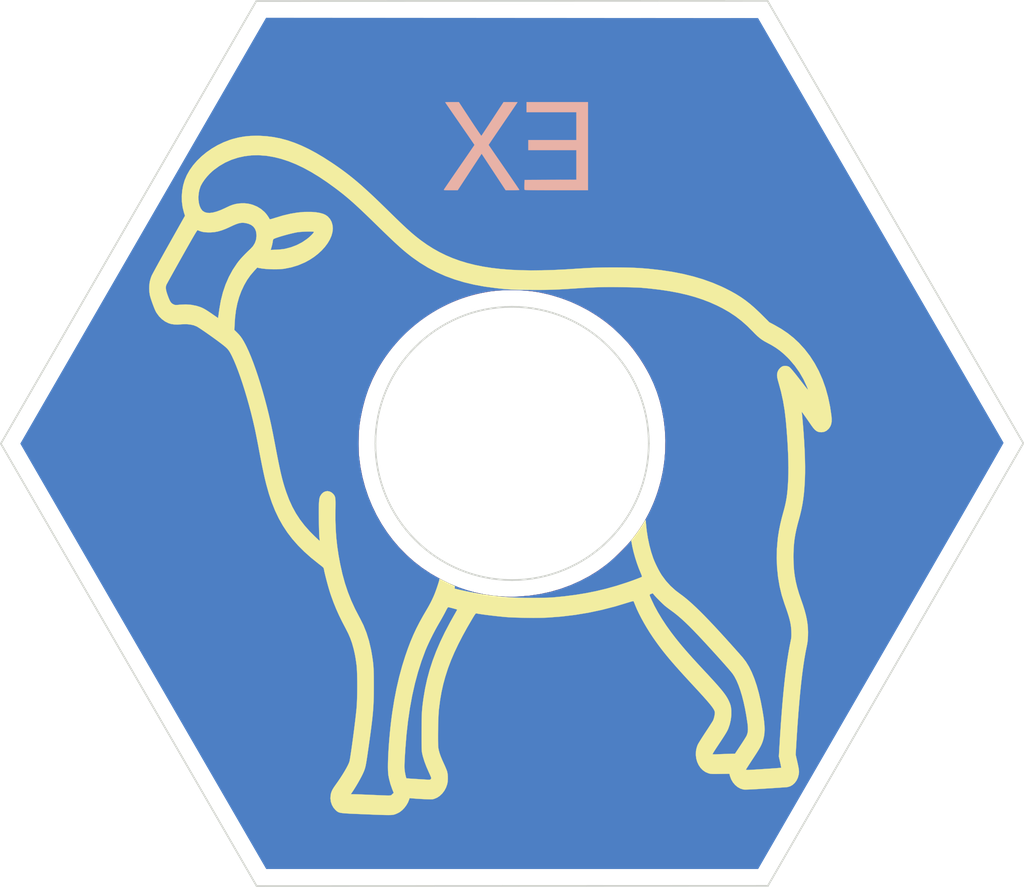
<source format=kicad_pcb>
(kicad_pcb (version 20171130) (host pcbnew 5.1.5+dfsg1-2build2)

  (general
    (thickness 1.6)
    (drawings 137)
    (tracks 0)
    (zones 0)
    (modules 4)
    (nets 1)
  )

  (page A4)
  (layers
    (0 F.Cu signal)
    (31 B.Cu signal)
    (32 B.Adhes user)
    (33 F.Adhes user)
    (34 B.Paste user)
    (35 F.Paste user)
    (36 B.SilkS user)
    (37 F.SilkS user)
    (38 B.Mask user)
    (39 F.Mask user)
    (40 Dwgs.User user)
    (41 Cmts.User user)
    (42 Eco1.User user)
    (43 Eco2.User user)
    (44 Edge.Cuts user)
    (45 Margin user)
    (46 B.CrtYd user)
    (47 F.CrtYd user)
    (48 B.Fab user)
    (49 F.Fab user)
  )

  (setup
    (last_trace_width 0.25)
    (trace_clearance 0.2)
    (zone_clearance 0.508)
    (zone_45_only no)
    (trace_min 0.2)
    (via_size 0.6)
    (via_drill 0.4)
    (via_min_size 0.4)
    (via_min_drill 0.3)
    (uvia_size 0.3)
    (uvia_drill 0.1)
    (uvias_allowed no)
    (uvia_min_size 0.2)
    (uvia_min_drill 0.1)
    (edge_width 0.15)
    (segment_width 0.2)
    (pcb_text_width 0.3)
    (pcb_text_size 1.5 1.5)
    (mod_edge_width 0.15)
    (mod_text_size 1 1)
    (mod_text_width 0.15)
    (pad_size 1.524 1.524)
    (pad_drill 0.762)
    (pad_to_mask_clearance 0.2)
    (aux_axis_origin 0 0)
    (visible_elements FFFFFF7F)
    (pcbplotparams
      (layerselection 0x010f0_ffffffff)
      (usegerberextensions false)
      (usegerberattributes false)
      (usegerberadvancedattributes false)
      (creategerberjobfile false)
      (excludeedgelayer true)
      (linewidth 0.100000)
      (plotframeref false)
      (viasonmask false)
      (mode 1)
      (useauxorigin false)
      (hpglpennumber 1)
      (hpglpenspeed 20)
      (hpglpendiameter 15.000000)
      (psnegative false)
      (psa4output false)
      (plotreference true)
      (plotvalue true)
      (plotinvisibletext false)
      (padsonsilk false)
      (subtractmaskfromsilk false)
      (outputformat 1)
      (mirror false)
      (drillshape 0)
      (scaleselection 1)
      (outputdirectory "gerbers/"))
  )

  (net 0 "")

  (net_class Default "This is the default net class."
    (clearance 0.2)
    (trace_width 0.25)
    (via_dia 0.6)
    (via_drill 0.4)
    (uvia_dia 0.3)
    (uvia_drill 0.1)
  )

  (module LOGO (layer F.Cu) (tedit 0) (tstamp 0)
    (at 0 0)
    (fp_text reference G*** (at 0 0) (layer F.SilkS) hide
      (effects (font (size 1.524 1.524) (thickness 0.3)))
    )
    (fp_text value LOGO (at 0.75 0) (layer F.SilkS) hide
      (effects (font (size 1.524 1.524) (thickness 0.3)))
    )
    (fp_poly (pts (xy -0.00305 -24.929057) (xy 14.399884 -24.92375) (xy 17.831401 -18.9865) (xy 18.131778 -18.466783)
      (xy 18.45131 -17.913925) (xy 18.787966 -17.331436) (xy 19.139718 -16.722828) (xy 19.504537 -16.091612)
      (xy 19.880393 -15.441298) (xy 20.265257 -14.775397) (xy 20.657101 -14.097421) (xy 21.053894 -13.41088)
      (xy 21.453607 -12.719285) (xy 21.854213 -12.026147) (xy 22.25368 -11.334978) (xy 22.649981 -10.649287)
      (xy 23.041086 -9.972586) (xy 23.424966 -9.308385) (xy 23.799591 -8.660197) (xy 24.162933 -8.031531)
      (xy 24.512962 -7.425899) (xy 24.847649 -6.846811) (xy 25.013618 -6.559646) (xy 25.294366 -6.073853)
      (xy 25.569718 -5.597335) (xy 25.838916 -5.131406) (xy 26.101203 -4.677377) (xy 26.355821 -4.236562)
      (xy 26.602013 -3.810273) (xy 26.839022 -3.399823) (xy 27.06609 -3.006525) (xy 27.282461 -2.631691)
      (xy 27.487376 -2.276634) (xy 27.680078 -1.942667) (xy 27.85981 -1.631101) (xy 28.025815 -1.343251)
      (xy 28.177335 -1.080428) (xy 28.313614 -0.843946) (xy 28.433893 -0.635116) (xy 28.537415 -0.455252)
      (xy 28.623423 -0.305666) (xy 28.691159 -0.18767) (xy 28.739867 -0.102579) (xy 28.768789 -0.051703)
      (xy 28.777253 -0.036334) (xy 28.767604 -0.015629) (xy 28.736885 0.041467) (xy 28.68524 0.134707)
      (xy 28.612808 0.263844) (xy 28.519732 0.428632) (xy 28.406154 0.628824) (xy 28.272214 0.864176)
      (xy 28.118054 1.134439) (xy 27.943816 1.439368) (xy 27.749641 1.778716) (xy 27.535671 2.152236)
      (xy 27.302046 2.559684) (xy 27.048909 3.000811) (xy 26.776401 3.475372) (xy 26.484663 3.983121)
      (xy 26.173838 4.523811) (xy 25.844065 5.097195) (xy 25.495487 5.703027) (xy 25.128246 6.341062)
      (xy 24.742483 7.011051) (xy 24.338338 7.71275) (xy 23.915955 8.445912) (xy 23.475473 9.21029)
      (xy 23.017035 10.005638) (xy 22.540783 10.83171) (xy 22.046856 11.688259) (xy 21.598377 12.465854)
      (xy 14.406565 24.934334) (xy -14.392357 24.934334) (xy -14.422231 24.886709) (xy -14.434517 24.865687)
      (xy -14.467311 24.809164) (xy -14.519945 24.718296) (xy -14.591751 24.594238) (xy -14.682062 24.438146)
      (xy -14.790209 24.251175) (xy -14.915526 24.034482) (xy -15.057343 23.789221) (xy -15.214995 23.516548)
      (xy -15.387812 23.217619) (xy -15.575127 22.89359) (xy -15.776273 22.545616) (xy -15.990582 22.174853)
      (xy -16.217386 21.782456) (xy -16.456017 21.369582) (xy -16.705807 20.937385) (xy -16.96609 20.487022)
      (xy -17.236197 20.019648) (xy -17.51546 19.536418) (xy -17.803213 19.038489) (xy -18.098786 18.527016)
      (xy -18.401512 18.003154) (xy -18.710725 17.468059) (xy -19.025755 16.922887) (xy -19.345935 16.368794)
      (xy -19.670598 15.806935) (xy -19.999076 15.238465) (xy -20.330701 14.664541) (xy -20.664805 14.086318)
      (xy -21.000721 13.504952) (xy -21.337781 12.921598) (xy -21.675318 12.337412) (xy -22.012662 11.753549)
      (xy -22.349148 11.171165) (xy -22.684107 10.591417) (xy -23.016871 10.015458) (xy -23.346773 9.444446)
      (xy -23.673145 8.879536) (xy -23.995319 8.321883) (xy -24.312628 7.772643) (xy -24.624403 7.232971)
      (xy -24.929978 6.704024) (xy -25.228684 6.186957) (xy -25.519854 5.682925) (xy -25.80282 5.193084)
      (xy -26.076914 4.71859) (xy -26.341469 4.260599) (xy -26.595817 3.820266) (xy -26.83929 3.398746)
      (xy -27.07122 2.997196) (xy -27.29094 2.61677) (xy -27.497782 2.258625) (xy -27.691079 1.923917)
      (xy -27.870162 1.6138) (xy -28.034364 1.329431) (xy -28.183017 1.071965) (xy -28.315454 0.842558)
      (xy -28.431006 0.642365) (xy -28.529007 0.472542) (xy -28.608787 0.334245) (xy -28.669681 0.228629)
      (xy -28.711019 0.15685) (xy -28.732135 0.120064) (xy -28.734569 0.115769) (xy -28.793838 0.009287)
      (xy -28.757185 -0.054258) (xy -8.991375 -0.054258) (xy -8.99055 0.17137) (xy -8.986153 0.386487)
      (xy -8.978087 0.582306) (xy -8.966254 0.750035) (xy -8.965139 0.762) (xy -8.887456 1.365572)
      (xy -8.770855 1.959551) (xy -8.616561 2.541955) (xy -8.425797 3.110806) (xy -8.199785 3.664123)
      (xy -7.939749 4.199926) (xy -7.646912 4.716235) (xy -7.322496 5.211071) (xy -6.967726 5.682452)
      (xy -6.583823 6.1284) (xy -6.172012 6.546934) (xy -5.733515 6.936074) (xy -5.269556 7.293839)
      (xy -4.781357 7.618251) (xy -4.699 7.668173) (xy -4.177127 7.962114) (xy -3.659216 8.216357)
      (xy -3.1407 8.432219) (xy -2.617013 8.61102) (xy -2.083592 8.754077) (xy -1.535869 8.862709)
      (xy -0.96928 8.938233) (xy -0.37926 8.981968) (xy -0.116416 8.991349) (xy -0.04522 8.99137)
      (xy 0.057634 8.989095) (xy 0.181553 8.98487) (xy 0.315945 8.979041) (xy 0.41275 8.974071)
      (xy 1.044028 8.919868) (xy 1.657997 8.827397) (xy 2.25637 8.69621) (xy 2.840861 8.525858)
      (xy 3.413183 8.31589) (xy 3.975052 8.065859) (xy 4.084933 8.011701) (xy 4.515969 7.782069)
      (xy 4.91866 7.537944) (xy 5.301177 7.27346) (xy 5.671691 6.982752) (xy 6.038373 6.659955)
      (xy 6.252157 6.456065) (xy 6.503556 6.204056) (xy 6.725886 5.968438) (xy 6.925397 5.742265)
      (xy 7.108341 5.518589) (xy 7.185891 5.418261) (xy 7.527609 4.933832) (xy 7.83449 4.427095)
      (xy 8.10609 3.900427) (xy 8.341967 3.356203) (xy 8.541676 2.796797) (xy 8.704775 2.224584)
      (xy 8.830821 1.64194) (xy 8.919369 1.051239) (xy 8.969977 0.454857) (xy 8.982201 -0.144832)
      (xy 8.955597 -0.745453) (xy 8.889724 -1.344629) (xy 8.784136 -1.939988) (xy 8.657009 -2.462517)
      (xy 8.488749 -2.997381) (xy 8.279855 -3.528921) (xy 8.032025 -4.053901) (xy 7.746959 -4.569085)
      (xy 7.426355 -5.071237) (xy 7.071912 -5.557121) (xy 6.955189 -5.704232) (xy 6.852222 -5.82533)
      (xy 6.723407 -5.967158) (xy 6.575313 -6.12322) (xy 6.414512 -6.287019) (xy 6.247571 -6.452061)
      (xy 6.08106 -6.611848) (xy 5.92155 -6.759884) (xy 5.775608 -6.889673) (xy 5.6515 -6.993368)
      (xy 5.151175 -7.365998) (xy 4.628593 -7.703088) (xy 4.085648 -8.003703) (xy 3.524231 -8.26691)
      (xy 2.946237 -8.491775) (xy 2.353558 -8.677365) (xy 2.106084 -8.742053) (xy 1.784934 -8.816236)
      (xy 1.481393 -8.875169) (xy 1.185047 -8.920041) (xy 0.88548 -8.95204) (xy 0.572279 -8.972353)
      (xy 0.235029 -8.982167) (xy -0.010583 -8.983458) (xy -0.292289 -8.980921) (xy -0.540752 -8.974505)
      (xy -0.764944 -8.963542) (xy -0.973833 -8.947359) (xy -1.176389 -8.925285) (xy -1.381582 -8.89665)
      (xy -1.559272 -8.867601) (xy -2.136478 -8.746692) (xy -2.704158 -8.585586) (xy -3.260291 -8.385749)
      (xy -3.802862 -8.148645) (xy -4.329851 -7.87574) (xy -4.839239 -7.568499) (xy -5.32901 -7.228386)
      (xy -5.797145 -6.856869) (xy -6.241625 -6.45541) (xy -6.660432 -6.025476) (xy -7.051549 -5.568533)
      (xy -7.412957 -5.086044) (xy -7.742638 -4.579475) (xy -7.940785 -4.234645) (xy -8.192153 -3.732642)
      (xy -8.41094 -3.207584) (xy -8.597552 -2.658171) (xy -8.752398 -2.083099) (xy -8.875887 -1.481067)
      (xy -8.945312 -1.032408) (xy -8.960893 -0.886075) (xy -8.973386 -0.706304) (xy -8.982696 -0.501884)
      (xy -8.988725 -0.281606) (xy -8.991375 -0.054258) (xy -28.757185 -0.054258) (xy -21.599912 -12.462538)
      (xy -14.405985 -24.934364) (xy -0.00305 -24.929057)) (layer B.Cu) (width 0.01))
  )

  (module LOGO (layer F.Cu) (tedit 0) (tstamp 0)
    (at 0 0)
    (fp_text reference G*** (at 0 0) (layer F.SilkS) hide
      (effects (font (size 1.524 1.524) (thickness 0.3)))
    )
    (fp_text value LOGO (at 0.75 0) (layer F.SilkS) hide
      (effects (font (size 1.524 1.524) (thickness 0.3)))
    )
    (fp_poly (pts (xy -2.466389 -19.008386) (xy -2.345452 -18.824636) (xy -2.231295 -18.652196) (xy -2.126035 -18.494199)
      (xy -2.031794 -18.353779) (xy -1.95069 -18.23407) (xy -1.884844 -18.138205) (xy -1.836375 -18.069317)
      (xy -1.807402 -18.030541) (xy -1.799834 -18.023004) (xy -1.785937 -18.041864) (xy -1.751058 -18.092967)
      (xy -1.69733 -18.173089) (xy -1.626887 -18.279008) (xy -1.541863 -18.407502) (xy -1.444392 -18.555349)
      (xy -1.336607 -18.719325) (xy -1.220644 -18.896209) (xy -1.141561 -19.017085) (xy -0.497416 -20.002433)
      (xy -0.089958 -20.002467) (xy 0.036143 -20.002058) (xy 0.146378 -20.000899) (xy 0.234288 -19.999125)
      (xy 0.293414 -19.99687) (xy 0.317299 -19.994268) (xy 0.3175 -19.993999) (xy 0.305879 -19.975554)
      (xy 0.272281 -19.924951) (xy 0.218604 -19.844994) (xy 0.146744 -19.738485) (xy 0.058601 -19.608224)
      (xy -0.043928 -19.457015) (xy -0.158946 -19.287659) (xy -0.284555 -19.102958) (xy -0.418857 -18.905714)
      (xy -0.529166 -18.743874) (xy -0.668966 -18.538741) (xy -0.801562 -18.343947) (xy -0.925057 -18.162293)
      (xy -1.037553 -17.996582) (xy -1.137152 -17.849617) (xy -1.221957 -17.7242) (xy -1.29007 -17.623134)
      (xy -1.339593 -17.549221) (xy -1.368629 -17.505264) (xy -1.375833 -17.493568) (xy -1.364108 -17.475183)
      (xy -1.330176 -17.424693) (xy -1.275899 -17.344816) (xy -1.203143 -17.238271) (xy -1.113771 -17.107775)
      (xy -1.009647 -16.956047) (xy -0.892634 -16.785806) (xy -0.764596 -16.599769) (xy -0.627398 -16.400656)
      (xy -0.482903 -16.191184) (xy -0.47625 -16.181544) (xy -0.331376 -15.971383) (xy -0.193725 -15.771189)
      (xy -0.065166 -15.58371) (xy 0.052434 -15.411693) (xy 0.157208 -15.257886) (xy 0.247287 -15.125037)
      (xy 0.320806 -15.015893) (xy 0.375895 -14.933202) (xy 0.410687 -14.879712) (xy 0.423316 -14.858171)
      (xy 0.423334 -14.858018) (xy 0.402923 -14.850975) (xy 0.34469 -14.845214) (xy 0.253133 -14.840962)
      (xy 0.13275 -14.838445) (xy 0.023652 -14.837833) (xy -0.37603 -14.837833) (xy -1.080101 -15.907981)
      (xy -1.784173 -16.97813) (xy -2.07246 -16.53769) (xy -2.157809 -16.407307) (xy -2.260653 -16.250214)
      (xy -2.375293 -16.075116) (xy -2.496032 -15.890715) (xy -2.617169 -15.705716) (xy -2.733007 -15.528822)
      (xy -2.773138 -15.467541) (xy -3.185529 -14.837833) (xy -3.595279 -14.837833) (xy -3.736905 -14.838122)
      (xy -3.841437 -14.839293) (xy -3.914112 -14.841801) (xy -3.960166 -14.846103) (xy -3.984837 -14.852654)
      (xy -3.993361 -14.861911) (xy -3.991783 -14.872351) (xy -3.977867 -14.895007) (xy -3.941781 -14.94967)
      (xy -3.88544 -15.033534) (xy -3.810758 -15.143792) (xy -3.719649 -15.277637) (xy -3.614028 -15.432262)
      (xy -3.495808 -15.604859) (xy -3.366904 -15.792623) (xy -3.22923 -15.992744) (xy -3.089935 -16.19483)
      (xy -2.946064 -16.403501) (xy -2.809417 -16.601969) (xy -2.681869 -16.787493) (xy -2.565296 -16.957332)
      (xy -2.461572 -17.108745) (xy -2.372574 -17.238992) (xy -2.300176 -17.345332) (xy -2.246254 -17.425026)
      (xy -2.212682 -17.475332) (xy -2.201333 -17.493485) (xy -2.213081 -17.512212) (xy -2.247047 -17.562926)
      (xy -2.301313 -17.642838) (xy -2.373964 -17.749155) (xy -2.463083 -17.879085) (xy -2.566751 -18.029838)
      (xy -2.683054 -18.198621) (xy -2.810073 -18.382644) (xy -2.945893 -18.579114) (xy -3.058583 -18.741913)
      (xy -3.200025 -18.946289) (xy -3.334185 -19.140448) (xy -3.459148 -19.321598) (xy -3.572995 -19.486945)
      (xy -3.673811 -19.633695) (xy -3.759678 -19.759054) (xy -3.828678 -19.86023) (xy -3.878895 -19.934429)
      (xy -3.908412 -19.978857) (xy -3.915833 -19.991073) (xy -3.895755 -19.994647) (xy -3.839876 -19.997764)
      (xy -3.754726 -20.000236) (xy -3.646835 -20.001877) (xy -3.522735 -20.002499) (xy -3.517325 -20.0025)
      (xy -3.118816 -20.0025) (xy -2.466389 -19.008386)) (layer B.SilkS) (width 0.01))
    (fp_poly (pts (xy 4.445 -14.837833) (xy 2.592253 -14.837833) (xy 2.260029 -14.837935) (xy 1.967813 -14.838262)
      (xy 1.713278 -14.83885) (xy 1.4941 -14.839733) (xy 1.307952 -14.840945) (xy 1.152509 -14.842521)
      (xy 1.025445 -14.844496) (xy 0.924434 -14.846902) (xy 0.847151 -14.849776) (xy 0.791271 -14.853151)
      (xy 0.754467 -14.857062) (xy 0.734414 -14.861543) (xy 0.728922 -14.865411) (xy 0.725378 -14.896079)
      (xy 0.723283 -14.960099) (xy 0.722775 -15.048511) (xy 0.723992 -15.152354) (xy 0.724295 -15.167036)
      (xy 0.73025 -15.441083) (xy 2.248959 -15.446515) (xy 3.767667 -15.451947) (xy 3.767667 -17.187333)
      (xy 0.9525 -17.187333) (xy 0.9525 -17.78) (xy 3.767667 -17.78) (xy 3.767667 -19.409833)
      (xy 0.846667 -19.409833) (xy 0.846667 -20.0025) (xy 4.445 -20.0025) (xy 4.445 -14.837833)) (layer B.SilkS) (width 0.01))
  )

  (module LOGO (layer F.Cu) (tedit 0) (tstamp 0)
    (at 0 0)
    (fp_text reference G*** (at 0 0) (layer F.SilkS) hide
      (effects (font (size 1.524 1.524) (thickness 0.3)))
    )
    (fp_text value LOGO (at 0.75 0) (layer F.SilkS) hide
      (effects (font (size 1.524 1.524) (thickness 0.3)))
    )
    (fp_poly (pts (xy -14.900293 -18.03016) (xy -14.686098 -18.023868) (xy -14.476156 -18.012478) (xy -14.281983 -17.996344)
      (xy -14.115102 -17.975824) (xy -14.096673 -17.972958) (xy -13.665885 -17.889759) (xy -13.235362 -17.777507)
      (xy -12.802874 -17.635137) (xy -12.36619 -17.461579) (xy -11.92308 -17.255766) (xy -11.471315 -17.01663)
      (xy -11.008663 -16.743105) (xy -10.532894 -16.434121) (xy -10.041779 -16.088611) (xy -9.823713 -15.927337)
      (xy -9.615881 -15.769305) (xy -9.413667 -15.610845) (xy -9.213606 -15.448874) (xy -9.012237 -15.28031)
      (xy -8.806096 -15.10207) (xy -8.591721 -14.911072) (xy -8.365647 -14.704232) (xy -8.124412 -14.47847)
      (xy -7.864553 -14.230701) (xy -7.582606 -13.957844) (xy -7.296716 -13.678062) (xy -7.055778 -13.441661)
      (xy -6.841568 -13.232527) (xy -6.651033 -13.047842) (xy -6.48112 -12.884787) (xy -6.328776 -12.740544)
      (xy -6.190948 -12.612293) (xy -6.064583 -12.497216) (xy -5.946628 -12.392495) (xy -5.834029 -12.295309)
      (xy -5.723735 -12.202841) (xy -5.612691 -12.112272) (xy -5.5245 -12.041851) (xy -5.135967 -11.750583)
      (xy -4.739718 -11.487097) (xy -4.332696 -11.250323) (xy -3.911844 -11.039188) (xy -3.474106 -10.852622)
      (xy -3.016425 -10.689555) (xy -2.535745 -10.548914) (xy -2.029008 -10.429629) (xy -1.493159 -10.330628)
      (xy -0.925141 -10.250841) (xy -0.321897 -10.189197) (xy -0.211666 -10.18013) (xy -0.125773 -10.174749)
      (xy -0.00414 -10.169197) (xy 0.146639 -10.163673) (xy 0.319972 -10.158374) (xy 0.509265 -10.153501)
      (xy 0.707926 -10.149251) (xy 0.909362 -10.145824) (xy 0.941917 -10.145358) (xy 1.261829 -10.142152)
      (xy 1.563353 -10.141933) (xy 1.854846 -10.144954) (xy 2.144664 -10.151464) (xy 2.441165 -10.161715)
      (xy 2.752704 -10.175957) (xy 3.08764 -10.194441) (xy 3.454327 -10.217417) (xy 3.545417 -10.223456)
      (xy 4.00103 -10.252575) (xy 4.419929 -10.27638) (xy 4.807377 -10.295015) (xy 5.168641 -10.308624)
      (xy 5.508985 -10.317349) (xy 5.833674 -10.321336) (xy 6.147974 -10.320728) (xy 6.457149 -10.315668)
      (xy 6.684689 -10.309177) (xy 7.24898 -10.285108) (xy 7.777666 -10.251486) (xy 8.276552 -10.207554)
      (xy 8.751443 -10.152556) (xy 9.208143 -10.085732) (xy 9.652458 -10.006327) (xy 10.090192 -9.913581)
      (xy 10.519834 -9.80864) (xy 11.133676 -9.631011) (xy 11.718051 -9.424803) (xy 12.272434 -9.190279)
      (xy 12.796297 -8.927699) (xy 13.289116 -8.637325) (xy 13.750366 -8.319421) (xy 14.149917 -7.999822)
      (xy 14.221468 -7.935788) (xy 14.31502 -7.848253) (xy 14.423267 -7.744265) (xy 14.538906 -7.630872)
      (xy 14.654631 -7.515122) (xy 14.70025 -7.468781) (xy 15.060084 -7.101416) (xy 15.356417 -6.945608)
      (xy 15.768181 -6.710885) (xy 16.145776 -6.456515) (xy 16.494598 -6.177911) (xy 16.820042 -5.870483)
      (xy 17.127506 -5.529641) (xy 17.346956 -5.25277) (xy 17.629402 -4.84272) (xy 17.88156 -4.403533)
      (xy 18.103166 -3.935917) (xy 18.293955 -3.440581) (xy 18.453663 -2.91823) (xy 18.582025 -2.369574)
      (xy 18.678778 -1.79532) (xy 18.700193 -1.629833) (xy 18.715326 -1.483583) (xy 18.720855 -1.369682)
      (xy 18.71706 -1.279317) (xy 18.712381 -1.243968) (xy 18.667172 -1.073453) (xy 18.593322 -0.927655)
      (xy 18.494215 -0.809829) (xy 18.373234 -0.723232) (xy 18.23376 -0.671122) (xy 18.102112 -0.656373)
      (xy 17.994845 -0.663893) (xy 17.899616 -0.689442) (xy 17.811052 -0.73697) (xy 17.723778 -0.810428)
      (xy 17.632422 -0.913764) (xy 17.531612 -1.050929) (xy 17.497865 -1.100542) (xy 17.449421 -1.171872)
      (xy 17.387901 -1.261117) (xy 17.31776 -1.361959) (xy 17.243451 -1.468081) (xy 17.169429 -1.573168)
      (xy 17.100147 -1.670903) (xy 17.04006 -1.754969) (xy 16.993621 -1.819048) (xy 16.965284 -1.856826)
      (xy 16.960505 -1.862623) (xy 16.957511 -1.853388) (xy 16.963289 -1.82029) (xy 16.968658 -1.784341)
      (xy 16.976895 -1.713064) (xy 16.987297 -1.613313) (xy 16.999161 -1.491942) (xy 17.011784 -1.355804)
      (xy 17.017558 -1.291166) (xy 17.073064 -0.60314) (xy 17.114599 0.045223) (xy 17.142167 0.654218)
      (xy 17.155773 1.224142) (xy 17.155421 1.75529) (xy 17.141115 2.24796) (xy 17.112861 2.702447)
      (xy 17.080478 3.036457) (xy 17.056745 3.232212) (xy 17.031565 3.412217) (xy 17.003322 3.584221)
      (xy 16.970398 3.755973) (xy 16.931179 3.935223) (xy 16.884047 4.129718) (xy 16.827386 4.347209)
      (xy 16.759579 4.595445) (xy 16.742527 4.656667) (xy 16.650336 5.018076) (xy 16.579702 5.369073)
      (xy 16.529098 5.721116) (xy 16.496997 6.085664) (xy 16.481873 6.474173) (xy 16.480279 6.625167)
      (xy 16.486165 7.013981) (xy 16.508031 7.375987) (xy 16.54762 7.721102) (xy 16.606674 8.059241)
      (xy 16.686935 8.400323) (xy 16.790145 8.754262) (xy 16.918045 9.130976) (xy 16.922739 9.144)
      (xy 17.023061 9.430703) (xy 17.105845 9.688112) (xy 17.17318 9.924439) (xy 17.227156 10.1479)
      (xy 17.269862 10.366707) (xy 17.303387 10.589075) (xy 17.315594 10.68865) (xy 17.328212 10.848823)
      (xy 17.333062 11.031626) (xy 17.330602 11.225208) (xy 17.321288 11.417718) (xy 17.305578 11.597304)
      (xy 17.28393 11.752116) (xy 17.272271 11.811) (xy 17.214323 12.083582) (xy 17.160564 12.364075)
      (xy 17.110215 12.657726) (xy 17.062501 12.969783) (xy 17.016644 13.30549) (xy 16.971867 13.670094)
      (xy 16.927393 14.068841) (xy 16.902365 14.308667) (xy 16.869646 14.642466) (xy 16.836049 15.010192)
      (xy 16.802224 15.403464) (xy 16.76882 15.813902) (xy 16.736486 16.233128) (xy 16.705872 16.652761)
      (xy 16.677626 17.064421) (xy 16.652397 17.45973) (xy 16.634033 17.772652) (xy 16.60777 18.241553)
      (xy 16.701482 18.640485) (xy 16.736112 18.791336) (xy 16.761149 18.910308) (xy 16.777964 19.006413)
      (xy 16.787931 19.088658) (xy 16.792422 19.166055) (xy 16.792901 19.2405) (xy 16.773666 19.440047)
      (xy 16.722613 19.622145) (xy 16.642633 19.783056) (xy 16.536619 19.919042) (xy 16.407465 20.026365)
      (xy 16.258064 20.101285) (xy 16.09725 20.139379) (xy 16.056414 20.143075) (xy 15.977602 20.149081)
      (xy 15.865092 20.157109) (xy 15.723163 20.166871) (xy 15.556093 20.178079) (xy 15.36816 20.190443)
      (xy 15.163641 20.203675) (xy 14.946815 20.217487) (xy 14.823759 20.225233) (xy 14.551456 20.242047)
      (xy 14.318481 20.255845) (xy 14.121946 20.266746) (xy 13.95896 20.274866) (xy 13.826636 20.280324)
      (xy 13.722084 20.283237) (xy 13.642415 20.283722) (xy 13.58474 20.281898) (xy 13.54617 20.277881)
      (xy 13.543176 20.277349) (xy 13.368615 20.223859) (xy 13.205847 20.133192) (xy 13.059271 20.009855)
      (xy 12.933287 19.858355) (xy 12.832294 19.683197) (xy 12.760691 19.488888) (xy 12.755929 19.470967)
      (xy 12.726561 19.356917) (xy 12.178822 19.363915) (xy 12.008665 19.365821) (xy 11.874758 19.366473)
      (xy 11.771028 19.365568) (xy 11.691402 19.362801) (xy 11.629807 19.35787) (xy 11.580171 19.35047)
      (xy 11.536421 19.340297) (xy 11.501878 19.330054) (xy 11.323621 19.252367) (xy 11.166125 19.141142)
      (xy 11.031452 19.000823) (xy 10.921668 18.835851) (xy 10.838834 18.650671) (xy 10.785015 18.449724)
      (xy 10.762273 18.237453) (xy 10.772673 18.018302) (xy 10.807697 17.835343) (xy 10.823007 17.780411)
      (xy 10.840813 17.727594) (xy 10.863556 17.672622) (xy 10.89368 17.611226) (xy 10.933627 17.539138)
      (xy 10.98584 17.452089) (xy 11.052763 17.345808) (xy 11.136838 17.216028) (xy 11.240507 17.058479)
      (xy 11.326456 16.928764) (xy 11.421784 16.784396) (xy 11.511733 16.646774) (xy 11.59301 16.521042)
      (xy 11.662324 16.412343) (xy 11.716384 16.32582) (xy 11.751897 16.266617) (xy 11.762014 16.248191)
      (xy 11.804733 16.142677) (xy 11.840817 16.014751) (xy 11.865524 15.884295) (xy 11.874133 15.778295)
      (xy 11.868461 15.728686) (xy 11.850011 15.670692) (xy 11.817218 15.602335) (xy 11.768518 15.521638)
      (xy 11.702346 15.426624) (xy 11.617138 15.315316) (xy 11.511329 15.185736) (xy 11.383357 15.035908)
      (xy 11.231655 14.863853) (xy 11.05466 14.667596) (xy 10.850808 14.445158) (xy 10.636083 14.213417)
      (xy 10.369834 13.926422) (xy 10.130305 13.666333) (xy 9.914599 13.429802) (xy 9.719822 13.213485)
      (xy 9.543076 13.014034) (xy 9.381468 12.828106) (xy 9.232101 12.652352) (xy 9.092081 12.483429)
      (xy 8.958511 12.31799) (xy 8.828496 12.152688) (xy 8.699141 11.984179) (xy 8.645507 11.913232)
      (xy 8.360147 11.520626) (xy 8.093894 11.12692) (xy 7.849522 10.736829) (xy 7.629805 10.355064)
      (xy 7.43752 9.98634) (xy 7.275441 9.635368) (xy 7.208198 9.472084) (xy 7.172721 9.383726)
      (xy 7.141872 9.309972) (xy 7.119485 9.259811) (xy 7.110433 9.242928) (xy 7.086645 9.243436)
      (xy 7.029276 9.255484) (xy 6.94495 9.277358) (xy 6.840291 9.307347) (xy 6.728328 9.34171)
      (xy 6.141904 9.51917) (xy 5.577102 9.673117) (xy 5.023887 9.805566) (xy 4.472221 9.918533)
      (xy 3.912068 10.014032) (xy 3.333391 10.09408) (xy 2.726154 10.160691) (xy 2.582334 10.174238)
      (xy 2.444747 10.184301) (xy 2.271345 10.192961) (xy 2.068456 10.200192) (xy 1.842406 10.205969)
      (xy 1.599525 10.210268) (xy 1.346139 10.213064) (xy 1.088576 10.214332) (xy 0.833163 10.214049)
      (xy 0.586229 10.212188) (xy 0.354101 10.208727) (xy 0.143106 10.203639) (xy -0.040427 10.196901)
      (xy -0.190171 10.188488) (xy -0.232833 10.185193) (xy -0.530141 10.158437) (xy -0.824783 10.128807)
      (xy -1.110425 10.097085) (xy -1.380732 10.064056) (xy -1.62937 10.030503) (xy -1.850006 9.997209)
      (xy -2.036306 9.964958) (xy -2.077537 9.956999) (xy -2.101843 9.954891) (xy -2.124176 9.962879)
      (xy -2.149355 9.986451) (xy -2.182197 10.031095) (xy -2.227522 10.1023) (xy -2.277911 10.185235)
      (xy -2.583008 10.703371) (xy -2.858294 11.196877) (xy -3.105219 11.669668) (xy -3.325233 12.125659)
      (xy -3.519788 12.568766) (xy -3.690332 13.002903) (xy -3.838316 13.431986) (xy -3.965191 13.859931)
      (xy -4.072407 14.290651) (xy -4.161415 14.728063) (xy -4.233664 15.176081) (xy -4.287597 15.610417)
      (xy -4.297281 15.721622) (xy -4.306116 15.864065) (xy -4.314018 16.031828) (xy -4.320901 16.218995)
      (xy -4.326679 16.419647) (xy -4.331267 16.627869) (xy -4.334579 16.837742) (xy -4.336529 17.04335)
      (xy -4.337033 17.238775) (xy -4.336004 17.4181) (xy -4.333356 17.575409) (xy -4.329006 17.704783)
      (xy -4.322865 17.800306) (xy -4.319684 17.829273) (xy -4.291344 17.98186) (xy -4.243997 18.151763)
      (xy -4.17611 18.343375) (xy -4.086148 18.561088) (xy -3.991239 18.76982) (xy -3.915495 18.93482)
      (xy -3.857944 19.071261) (xy -3.816243 19.187601) (xy -3.788046 19.292297) (xy -3.771008 19.393807)
      (xy -3.762784 19.50059) (xy -3.760971 19.600334) (xy -3.769425 19.788279) (xy -3.797442 19.954194)
      (xy -3.849005 20.115411) (xy -3.911768 20.2565) (xy -3.991562 20.389246) (xy -4.096299 20.519772)
      (xy -4.215079 20.636479) (xy -4.337003 20.727767) (xy -4.375565 20.750069) (xy -4.453446 20.788102)
      (xy -4.529999 20.816838) (xy -4.611836 20.836955) (xy -4.705568 20.849128) (xy -4.817805 20.854037)
      (xy -4.955158 20.852356) (xy -5.124237 20.844764) (xy -5.235707 20.838153) (xy -5.383075 20.828784)
      (xy -5.526033 20.819467) (xy -5.655728 20.810799) (xy -5.763306 20.803371) (xy -5.839914 20.797779)
      (xy -5.854356 20.796644) (xy -6.004295 20.784539) (xy -6.031043 20.875061) (xy -6.108464 21.067229)
      (xy -6.221146 21.249112) (xy -6.362743 21.414338) (xy -6.526913 21.556535) (xy -6.70731 21.669329)
      (xy -6.89759 21.746351) (xy -6.898883 21.746731) (xy -6.931917 21.755422) (xy -6.968942 21.762654)
      (xy -7.01293 21.768393) (xy -7.066851 21.772603) (xy -7.133678 21.775247) (xy -7.216383 21.776291)
      (xy -7.317935 21.775698) (xy -7.441307 21.773433) (xy -7.589471 21.76946) (xy -7.765397 21.763744)
      (xy -7.972058 21.756249) (xy -8.212424 21.746939) (xy -8.489467 21.735778) (xy -8.768922 21.724275)
      (xy -9.042387 21.712931) (xy -9.277034 21.702907) (xy -9.476337 21.693665) (xy -9.643772 21.684667)
      (xy -9.782813 21.675376) (xy -9.896934 21.665253) (xy -9.98961 21.65376) (xy -10.064316 21.64036)
      (xy -10.124525 21.624515) (xy -10.173714 21.605687) (xy -10.215356 21.583339) (xy -10.252925 21.556932)
      (xy -10.289897 21.525928) (xy -10.329747 21.489791) (xy -10.339106 21.481225) (xy -10.460355 21.342685)
      (xy -10.552426 21.178947) (xy -10.612725 20.997755) (xy -10.638663 20.806855) (xy -10.628183 20.617423)
      (xy -10.601037 20.488351) (xy -10.558729 20.367766) (xy -10.496335 20.245018) (xy -10.408935 20.109456)
      (xy -10.36512 20.048234) (xy -10.223962 19.850327) (xy -10.087229 19.64905) (xy -9.957993 19.449544)
      (xy -9.839327 19.256952) (xy -9.734304 19.076413) (xy -9.645995 18.913072) (xy -9.577473 18.772067)
      (xy -9.531812 18.658543) (xy -9.528278 18.647834) (xy -9.519546 18.608788) (xy -9.505907 18.532518)
      (xy -9.488044 18.423761) (xy -9.466641 18.287256) (xy -9.442379 18.12774) (xy -9.415942 17.949951)
      (xy -9.388013 17.758627) (xy -9.359274 17.558507) (xy -9.330407 17.354328) (xy -9.302097 17.150829)
      (xy -9.275024 16.952747) (xy -9.249873 16.76482) (xy -9.227326 16.591787) (xy -9.208066 16.438385)
      (xy -9.198854 16.361834) (xy -9.168164 16.09754) (xy -9.142731 15.867012) (xy -9.122073 15.662073)
      (xy -9.105706 15.474547) (xy -9.093145 15.296255) (xy -9.083906 15.119023) (xy -9.077507 14.934673)
      (xy -9.073463 14.735029) (xy -9.07129 14.511913) (xy -9.070505 14.257151) (xy -9.07047 14.19225)
      (xy -9.070959 13.925779) (xy -9.072844 13.69559) (xy -9.076581 13.495642) (xy -9.082626 13.319894)
      (xy -9.091435 13.162305) (xy -9.103466 13.016834) (xy -9.119173 12.877441) (xy -9.139015 12.738084)
      (xy -9.163446 12.592722) (xy -9.192924 12.435315) (xy -9.209589 12.35075) (xy -9.273058 12.058566)
      (xy -9.342098 11.796744) (xy -9.420984 11.553333) (xy -9.513989 11.316383) (xy -9.625385 11.073942)
      (xy -9.758312 10.816167) (xy -9.98956 10.370998) (xy -10.193132 9.944985) (xy -10.372972 9.529136)
      (xy -10.533026 9.11446) (xy -10.639104 8.808932) (xy -10.683909 8.667881) (xy -10.733125 8.502737)
      (xy -10.784505 8.321985) (xy -10.835805 8.134108) (xy -10.884779 7.94759) (xy -10.929182 7.770915)
      (xy -10.966768 7.612566) (xy -10.995292 7.481028) (xy -11.007146 7.418368) (xy -11.02266 7.338522)
      (xy -11.039839 7.287239) (xy -11.065893 7.251115) (xy -11.108035 7.216744) (xy -11.120334 7.207979)
      (xy -11.462515 6.952532) (xy -11.802642 6.6717) (xy -12.133426 6.372465) (xy -12.447581 6.061814)
      (xy -12.737819 5.74673) (xy -12.996853 5.4342) (xy -13.068043 5.341109) (xy -13.368739 4.904808)
      (xy -13.637529 4.441808) (xy -13.872855 3.954926) (xy -13.985496 3.683) (xy -14.063941 3.476389)
      (xy -14.137893 3.268486) (xy -14.208276 3.055605) (xy -14.276017 2.834057) (xy -14.342043 2.600154)
      (xy -14.407279 2.35021) (xy -14.472652 2.080536) (xy -14.539087 1.787444) (xy -14.607511 1.467247)
      (xy -14.67885 1.116258) (xy -14.75403 0.730788) (xy -14.833977 0.307149) (xy -14.835989 0.296334)
      (xy -14.876099 0.082024) (xy -8.992998 0.082024) (xy -8.989004 0.335656) (xy -8.979355 0.570047)
      (xy -8.965139 0.762) (xy -8.887223 1.367783) (xy -8.7704 1.963329) (xy -8.615871 2.546756)
      (xy -8.424837 3.116184) (xy -8.1985 3.669732) (xy -7.93806 4.205519) (xy -7.644719 4.721665)
      (xy -7.319679 5.216288) (xy -6.96414 5.687509) (xy -6.579305 6.133445) (xy -6.166373 6.552218)
      (xy -5.726548 6.941945) (xy -5.261029 7.300746) (xy -4.771018 7.62674) (xy -4.466166 7.805578)
      (xy -4.081126 8.012719) (xy -3.716334 8.192112) (xy -3.363425 8.347206) (xy -3.014033 8.48145)
      (xy -2.659792 8.598293) (xy -2.296619 8.700081) (xy -1.715779 8.8312) (xy -1.141832 8.922418)
      (xy -0.569224 8.974298) (xy 0.007598 8.9874) (xy 0.41275 8.974027) (xy 1.045222 8.91905)
      (xy 1.664441 8.82479) (xy 2.269263 8.691674) (xy 2.858549 8.520125) (xy 3.431156 8.310569)
      (xy 3.985942 8.06343) (xy 4.521767 7.779134) (xy 5.037488 7.458105) (xy 5.531964 7.100767)
      (xy 5.609167 7.040145) (xy 5.720795 6.946843) (xy 5.854366 6.827613) (xy 6.004041 6.688296)
      (xy 6.16398 6.534732) (xy 6.328342 6.372762) (xy 6.491289 6.208227) (xy 6.646979 6.046968)
      (xy 6.789574 5.894824) (xy 6.913233 5.757638) (xy 7.012115 5.641249) (xy 7.029381 5.61975)
      (xy 7.392925 5.131003) (xy 7.71634 4.631601) (xy 8.001112 4.118664) (xy 8.248727 3.589306)
      (xy 8.46067 3.040645) (xy 8.621735 2.529417) (xy 8.731962 2.11224) (xy 8.819325 1.715047)
      (xy 8.886119 1.323803) (xy 8.934635 0.924475) (xy 8.967165 0.503031) (xy 8.974032 0.372662)
      (xy 8.982066 -0.237081) (xy 8.948515 -0.848543) (xy 8.873758 -1.457859) (xy 8.758175 -2.061165)
      (xy 8.719424 -2.22493) (xy 8.600737 -2.660804) (xy 8.463111 -3.078388) (xy 8.303449 -3.484549)
      (xy 8.118653 -3.886154) (xy 7.905624 -4.29007) (xy 7.661265 -4.703166) (xy 7.459973 -5.0165)
      (xy 7.115963 -5.497888) (xy 6.73882 -5.954502) (xy 6.330712 -6.384939) (xy 5.893806 -6.78779)
      (xy 5.430269 -7.161651) (xy 4.942268 -7.505117) (xy 4.431972 -7.81678) (xy 3.901547 -8.095236)
      (xy 3.35316 -8.339079) (xy 2.788978 -8.546903) (xy 2.21117 -8.717302) (xy 1.621902 -8.848871)
      (xy 1.524 -8.866701) (xy 1.097519 -8.928651) (xy 0.645561 -8.96983) (xy 0.179644 -8.990053)
      (xy -0.288717 -8.989132) (xy -0.748005 -8.966881) (xy -1.186706 -8.923114) (xy -1.269871 -8.911916)
      (xy -1.85825 -8.807924) (xy -2.435925 -8.663992) (xy -3.001094 -8.481567) (xy -3.551953 -8.262097)
      (xy -4.086701 -8.007029) (xy -4.603535 -7.71781) (xy -5.100651 -7.395887) (xy -5.576247 -7.042708)
      (xy -6.028522 -6.659719) (xy -6.455671 -6.248369) (xy -6.855892 -5.810103) (xy -7.227383 -5.34637)
      (xy -7.568341 -4.858616) (xy -7.876964 -4.348289) (xy -8.151448 -3.816836) (xy -8.389991 -3.265704)
      (xy -8.429013 -3.164416) (xy -8.531611 -2.870753) (xy -8.630128 -2.545867) (xy -8.721828 -2.200848)
      (xy -8.803975 -1.846785) (xy -8.873834 -1.494768) (xy -8.928668 -1.155887) (xy -8.93405 -1.117064)
      (xy -8.955798 -0.920523) (xy -8.972736 -0.692124) (xy -8.984694 -0.442086) (xy -8.991505 -0.18063)
      (xy -8.992998 0.082024) (xy -14.876099 0.082024) (xy -14.886206 0.028022) (xy -14.930789 -0.206033)
      (xy -14.971319 -0.41329) (xy -15.009379 -0.601206) (xy -15.046554 -0.777239) (xy -15.084424 -0.948846)
      (xy -15.124574 -1.123484) (xy -15.168587 -1.308611) (xy -15.218044 -1.511685) (xy -15.230411 -1.561939)
      (xy -15.329162 -1.950768) (xy -15.432231 -2.334299) (xy -15.538626 -2.709774) (xy -15.647359 -3.074433)
      (xy -15.75744 -3.425519) (xy -15.867879 -3.760273) (xy -15.977687 -4.075935) (xy -16.085874 -4.369748)
      (xy -16.191451 -4.638952) (xy -16.293427 -4.880789) (xy -16.390815 -5.0925) (xy -16.482623 -5.271326)
      (xy -16.567862 -5.414509) (xy -16.645543 -5.519291) (xy -16.652965 -5.527669) (xy -16.714567 -5.588106)
      (xy -16.807946 -5.669067) (xy -16.929499 -5.767835) (xy -17.075619 -5.881693) (xy -17.242702 -6.007924)
      (xy -17.427143 -6.143811) (xy -17.625336 -6.286637) (xy -17.833677 -6.433685) (xy -18.04856 -6.582237)
      (xy -18.086916 -6.608423) (xy -18.227686 -6.7032) (xy -18.341139 -6.776526) (xy -18.433987 -6.832136)
      (xy -18.512937 -6.873768) (xy -18.5847 -6.905158) (xy -18.655985 -6.930041) (xy -18.67473 -6.935746)
      (xy -18.791688 -6.961251) (xy -18.936927 -6.978798) (xy -19.097 -6.987535) (xy -19.258457 -6.986613)
      (xy -19.3675 -6.979539) (xy -19.603554 -6.96661) (xy -19.812672 -6.97464) (xy -19.991006 -7.003339)
      (xy -20.091326 -7.033978) (xy -20.309151 -7.139492) (xy -20.505619 -7.281023) (xy -20.67891 -7.457031)
      (xy -20.814487 -7.645156) (xy -20.863 -7.734028) (xy -20.919252 -7.854266) (xy -20.979654 -7.996447)
      (xy -21.040618 -8.151148) (xy -21.098555 -8.308946) (xy -21.149875 -8.460419) (xy -21.190989 -8.596142)
      (xy -21.217738 -8.703899) (xy -21.248439 -8.939624) (xy -21.249075 -9.189783) (xy -21.220793 -9.44073)
      (xy -21.164741 -9.678821) (xy -21.126349 -9.789583) (xy -21.107555 -9.82964) (xy -21.069498 -9.903671)
      (xy -21.013753 -10.008805) (xy -20.941897 -10.142167) (xy -20.855504 -10.300884) (xy -20.756151 -10.482082)
      (xy -20.645413 -10.682889) (xy -20.524867 -10.90043) (xy -20.396088 -11.131833) (xy -20.260652 -11.374223)
      (xy -20.120135 -11.624728) (xy -20.112042 -11.639126) (xy -19.155608 -13.340502) (xy -19.217941 -13.535093)
      (xy -19.294465 -13.839275) (xy -19.336023 -14.158778) (xy -19.343283 -14.486536) (xy -19.316914 -14.815483)
      (xy -19.257584 -15.138554) (xy -19.165963 -15.448683) (xy -19.042719 -15.738805) (xy -19.002043 -15.816575)
      (xy -18.825448 -16.101123) (xy -18.610821 -16.380933) (xy -18.362464 -16.651488) (xy -18.084676 -16.908273)
      (xy -17.781759 -17.14677) (xy -17.642416 -17.244218) (xy -17.304563 -17.448363) (xy -16.938377 -17.62602)
      (xy -16.550232 -17.774946) (xy -16.1465 -17.892898) (xy -15.733551 -17.977634) (xy -15.453184 -18.014883)
      (xy -15.295355 -18.026024) (xy -15.107218 -18.030997) (xy -14.900293 -18.03016)) (layer F.Cu) (width 0.01))
  )

  (module LOGO (layer F.Cu) (tedit 0) (tstamp 0)
    (at 0 0)
    (fp_text reference G*** (at 0 0) (layer F.SilkS) hide
      (effects (font (size 1.524 1.524) (thickness 0.3)))
    )
    (fp_text value LOGO (at 0.75 0) (layer F.SilkS) hide
      (effects (font (size 1.524 1.524) (thickness 0.3)))
    )
    (fp_poly (pts (xy -14.786434 -18.027654) (xy -14.37856 -18.002898) (xy -13.975099 -17.95156) (xy -13.573229 -17.87257)
      (xy -13.170128 -17.764856) (xy -12.762975 -17.627348) (xy -12.348949 -17.458976) (xy -11.925228 -17.258668)
      (xy -11.488991 -17.025354) (xy -11.037416 -16.757964) (xy -10.567681 -16.455426) (xy -10.469817 -16.389597)
      (xy -10.227018 -16.222708) (xy -9.993989 -16.057145) (xy -9.76744 -15.890095) (xy -9.544082 -15.718741)
      (xy -9.320624 -15.54027) (xy -9.093776 -15.351868) (xy -8.860249 -15.150718) (xy -8.616753 -14.934007)
      (xy -8.359997 -14.69892) (xy -8.086692 -14.442642) (xy -7.793547 -14.162358) (xy -7.477272 -13.855255)
      (xy -7.270515 -13.6525) (xy -7.009668 -13.396662) (xy -6.775286 -13.168573) (xy -6.564409 -12.965547)
      (xy -6.374081 -12.784896) (xy -6.201342 -12.623933) (xy -6.043234 -12.479971) (xy -5.896799 -12.350323)
      (xy -5.759079 -12.232301) (xy -5.627115 -12.123217) (xy -5.497949 -12.020386) (xy -5.368622 -11.921119)
      (xy -5.344583 -11.903036) (xy -4.993974 -11.653459) (xy -4.633954 -11.424283) (xy -4.262689 -11.21516)
      (xy -3.878346 -11.025745) (xy -3.47909 -10.855689) (xy -3.063088 -10.704647) (xy -2.628506 -10.57227)
      (xy -2.17351 -10.458213) (xy -1.696266 -10.362128) (xy -1.194941 -10.283668) (xy -0.6677 -10.222486)
      (xy -0.112709 -10.178235) (xy 0.471865 -10.150569) (xy 1.087856 -10.13914) (xy 1.737098 -10.143601)
      (xy 2.421425 -10.163606) (xy 3.142671 -10.198807) (xy 3.534834 -10.223129) (xy 3.842488 -10.243209)
      (xy 4.114415 -10.260199) (xy 4.357092 -10.274344) (xy 4.576992 -10.285887) (xy 4.780593 -10.295072)
      (xy 4.974369 -10.302143) (xy 5.164795 -10.307344) (xy 5.358348 -10.310918) (xy 5.561501 -10.313109)
      (xy 5.780732 -10.314161) (xy 5.958417 -10.314349) (xy 6.304656 -10.313086) (xy 6.616794 -10.309186)
      (xy 6.902999 -10.302324) (xy 7.171438 -10.292178) (xy 7.430281 -10.278421) (xy 7.687696 -10.260731)
      (xy 7.951851 -10.238781) (xy 8.022167 -10.232381) (xy 8.722247 -10.154686) (xy 9.388184 -10.054095)
      (xy 10.021727 -9.93016) (xy 10.624624 -9.782435) (xy 11.198624 -9.61047) (xy 11.745476 -9.413819)
      (xy 12.266927 -9.192034) (xy 12.47775 -9.091788) (xy 12.812917 -8.920344) (xy 13.118897 -8.748185)
      (xy 13.403422 -8.569729) (xy 13.674225 -8.379394) (xy 13.939039 -8.171599) (xy 14.205596 -7.940761)
      (xy 14.48163 -7.6813) (xy 14.617355 -7.547362) (xy 15.063626 -7.100994) (xy 15.358188 -6.945396)
      (xy 15.769897 -6.709515) (xy 16.147396 -6.454209) (xy 16.495794 -6.175746) (xy 16.795562 -5.895345)
      (xy 17.135334 -5.523387) (xy 17.44355 -5.123295) (xy 17.720135 -4.695235) (xy 17.965014 -4.239374)
      (xy 18.178111 -3.75588) (xy 18.359352 -3.24492) (xy 18.508663 -2.706662) (xy 18.625967 -2.141273)
      (xy 18.70005 -1.642772) (xy 18.717241 -1.443655) (xy 18.714386 -1.276054) (xy 18.690095 -1.133483)
      (xy 18.642981 -1.009457) (xy 18.571655 -0.897493) (xy 18.529853 -0.847723) (xy 18.413609 -0.745101)
      (xy 18.284519 -0.682071) (xy 18.138625 -0.656837) (xy 18.108107 -0.656166) (xy 17.999359 -0.663514)
      (xy 17.903476 -0.688228) (xy 17.814957 -0.734315) (xy 17.7283 -0.805782) (xy 17.638003 -0.906634)
      (xy 17.538564 -1.040879) (xy 17.497865 -1.100542) (xy 17.447178 -1.1752) (xy 17.384189 -1.266583)
      (xy 17.31325 -1.368533) (xy 17.238709 -1.474892) (xy 17.164916 -1.579501) (xy 17.09622 -1.676203)
      (xy 17.036971 -1.758837) (xy 16.991519 -1.821248) (xy 16.964212 -1.857274) (xy 16.959596 -1.862666)
      (xy 16.95615 -1.854767) (xy 16.961482 -1.830916) (xy 16.968205 -1.79235) (xy 16.977505 -1.716496)
      (xy 16.988928 -1.608291) (xy 17.002021 -1.472672) (xy 17.016332 -1.314576) (xy 17.031408 -1.138939)
      (xy 17.046796 -0.950699) (xy 17.062043 -0.754793) (xy 17.070203 -0.645583) (xy 17.105981 -0.111075)
      (xy 17.132763 0.396483) (xy 17.15047 0.874285) (xy 17.159027 1.319524) (xy 17.158356 1.729393)
      (xy 17.14838 2.101085) (xy 17.146787 2.137834) (xy 17.124339 2.537129) (xy 17.093888 2.902968)
      (xy 17.054192 3.243682) (xy 17.004011 3.567604) (xy 16.942104 3.883068) (xy 16.86723 4.198405)
      (xy 16.806352 4.423834) (xy 16.716573 4.755208) (xy 16.643483 5.05746) (xy 16.58573 5.339765)
      (xy 16.541965 5.611298) (xy 16.510837 5.881236) (xy 16.490997 6.158753) (xy 16.481095 6.453025)
      (xy 16.479356 6.646334) (xy 16.486529 7.035745) (xy 16.510112 7.399491) (xy 16.551859 7.747455)
      (xy 16.613526 8.089519) (xy 16.696869 8.435566) (xy 16.803644 8.795479) (xy 16.923165 9.144806)
      (xy 17.037453 9.474395) (xy 17.131074 9.774144) (xy 17.205258 10.050447) (xy 17.26123 10.309698)
      (xy 17.300218 10.558289) (xy 17.32345 10.802615) (xy 17.332153 11.049067) (xy 17.329209 11.26015)
      (xy 17.321098 11.434526) (xy 17.308805 11.580924) (xy 17.290732 11.713622) (xy 17.265278 11.846898)
      (xy 17.261584 11.863917) (xy 17.190839 12.211923) (xy 17.122837 12.598999) (xy 17.057541 13.025475)
      (xy 16.994917 13.491684) (xy 16.934928 13.997958) (xy 16.877539 14.544629) (xy 16.822714 15.132029)
      (xy 16.770418 15.760489) (xy 16.720615 16.430342) (xy 16.673269 17.14192) (xy 16.644752 17.610667)
      (xy 16.608051 18.235084) (xy 16.698161 18.632174) (xy 16.736921 18.806199) (xy 16.765941 18.945962)
      (xy 16.785994 19.05821) (xy 16.797852 19.149689) (xy 16.80229 19.227144) (xy 16.800079 19.297321)
      (xy 16.791994 19.366968) (xy 16.786338 19.401699) (xy 16.736861 19.586516) (xy 16.658195 19.752001)
      (xy 16.554299 19.893884) (xy 16.429133 20.007898) (xy 16.28666 20.089774) (xy 16.130837 20.135243)
      (xy 16.102098 20.139184) (xy 16.06032 20.142875) (xy 15.980589 20.148883) (xy 15.867206 20.15692)
      (xy 15.724471 20.166695) (xy 15.556684 20.17792) (xy 15.368146 20.190307) (xy 15.163156 20.203565)
      (xy 14.946016 20.217405) (xy 14.823759 20.225112) (xy 14.5515 20.241951) (xy 14.318566 20.255772)
      (xy 14.122066 20.266692) (xy 13.959109 20.274829) (xy 13.826805 20.280301) (xy 13.72226 20.283226)
      (xy 13.642585 20.283722) (xy 13.584888 20.281907) (xy 13.546278 20.277899) (xy 13.543176 20.277349)
      (xy 13.369735 20.224116) (xy 13.207372 20.133822) (xy 13.060773 20.011253) (xy 12.934624 19.861197)
      (xy 12.833613 19.688438) (xy 12.762426 19.497766) (xy 12.755965 19.473334) (xy 12.726549 19.356917)
      (xy 12.184961 19.364529) (xy 12.016911 19.366663) (xy 11.884897 19.367549) (xy 11.782628 19.36685)
      (xy 11.703817 19.364231) (xy 11.642175 19.359352) (xy 11.591413 19.351878) (xy 11.545243 19.341472)
      (xy 11.497375 19.327796) (xy 11.496908 19.327654) (xy 11.323311 19.253572) (xy 11.168457 19.145098)
      (xy 11.034781 19.006908) (xy 10.924718 18.843676) (xy 10.840702 18.660076) (xy 10.785167 18.460783)
      (xy 10.760549 18.250472) (xy 10.769282 18.033816) (xy 10.781328 17.953673) (xy 10.805145 17.849691)
      (xy 10.837899 17.741549) (xy 10.872771 17.651588) (xy 10.875018 17.646756) (xy 10.901766 17.597153)
      (xy 10.948739 17.517715) (xy 11.012597 17.413777) (xy 11.089999 17.290674) (xy 11.177607 17.15374)
      (xy 11.272079 17.008308) (xy 11.329213 16.921393) (xy 11.425042 16.775658) (xy 11.515204 16.637385)
      (xy 11.596541 16.511507) (xy 11.665892 16.402958) (xy 11.720098 16.316671) (xy 11.756 16.25758)
      (xy 11.767805 16.236524) (xy 11.80488 16.144397) (xy 11.837736 16.028294) (xy 11.862105 15.906571)
      (xy 11.873718 15.797584) (xy 11.874133 15.779269) (xy 11.870068 15.733922) (xy 11.856399 15.683194)
      (xy 11.831469 15.625003) (xy 11.793624 15.557269) (xy 11.741211 15.477912) (xy 11.672575 15.384851)
      (xy 11.586061 15.276006) (xy 11.480014 15.149296) (xy 11.352782 15.002641) (xy 11.202708 14.83396)
      (xy 11.028139 14.641172) (xy 10.82742 14.422197) (xy 10.598897 14.174955) (xy 10.595307 14.171084)
      (xy 10.301761 13.853273) (xy 10.035506 13.562236) (xy 9.793901 13.294809) (xy 9.574307 13.047827)
      (xy 9.374085 12.818125) (xy 9.190594 12.602538) (xy 9.021196 12.397904) (xy 8.863249 12.201056)
      (xy 8.714116 12.00883) (xy 8.571156 11.818063) (xy 8.431729 11.625589) (xy 8.293196 11.428244)
      (xy 8.226783 11.331651) (xy 8.054448 11.070561) (xy 7.884327 10.795924) (xy 7.720566 10.515304)
      (xy 7.567311 10.236267) (xy 7.428709 9.966375) (xy 7.308907 9.713195) (xy 7.212051 9.484289)
      (xy 7.20686 9.470979) (xy 7.171929 9.382725) (xy 7.141461 9.309096) (xy 7.119285 9.259153)
      (xy 7.110372 9.242659) (xy 7.08582 9.242196) (xy 7.029216 9.253554) (xy 6.948544 9.274798)
      (xy 6.851788 9.303989) (xy 6.833892 9.309739) (xy 6.037305 9.550747) (xy 5.250341 9.753522)
      (xy 4.467037 9.919189) (xy 3.681429 10.048875) (xy 2.887552 10.143704) (xy 2.097963 10.203784)
      (xy 1.925007 10.211199) (xy 1.72027 10.216333) (xy 1.491019 10.219278) (xy 1.24452 10.220124)
      (xy 0.988041 10.218964) (xy 0.728848 10.215888) (xy 0.474209 10.210989) (xy 0.23139 10.204356)
      (xy 0.007658 10.196083) (xy -0.18972 10.186259) (xy -0.353476 10.174978) (xy -0.381 10.172604)
      (xy -0.593804 10.152483) (xy -0.814524 10.129775) (xy -1.037073 10.105242) (xy -1.255366 10.079648)
      (xy -1.463319 10.053755) (xy -1.654845 10.028327) (xy -1.823861 10.004127) (xy -1.964281 9.981918)
      (xy -2.070019 9.962463) (xy -2.088865 9.958442) (xy -2.109184 9.958634) (xy -2.131348 9.97169)
      (xy -2.159305 10.002584) (xy -2.197004 10.056288) (xy -2.248393 10.137775) (xy -2.303464 10.228726)
      (xy -2.619972 10.770258) (xy -2.904351 11.286461) (xy -3.157289 11.778744) (xy -3.379477 12.248515)
      (xy -3.571605 12.697185) (xy -3.734361 13.126162) (xy -3.765313 13.215162) (xy -3.910973 13.669962)
      (xy -4.032165 14.11408) (xy -4.131497 14.559518) (xy -4.211575 15.018279) (xy -4.275005 15.502366)
      (xy -4.287767 15.621) (xy -4.297469 15.735922) (xy -4.306309 15.881404) (xy -4.3142 16.051536)
      (xy -4.321057 16.240404) (xy -4.326794 16.442098) (xy -4.331327 16.650705) (xy -4.334569 16.860315)
      (xy -4.336435 17.065014) (xy -4.336839 17.258891) (xy -4.335697 17.436034) (xy -4.332923 17.590532)
      (xy -4.32843 17.716472) (xy -4.322134 17.807944) (xy -4.319702 17.82914) (xy -4.291371 17.98172)
      (xy -4.244057 18.151567) (xy -4.176222 18.343086) (xy -4.086326 18.560681) (xy -3.991239 18.76982)
      (xy -3.936048 18.890712) (xy -3.884681 19.009669) (xy -3.841214 19.116771) (xy -3.809725 19.202097)
      (xy -3.797794 19.2405) (xy -3.774255 19.36765) (xy -3.762264 19.519367) (xy -3.761863 19.67948)
      (xy -3.773091 19.831816) (xy -3.795981 19.960167) (xy -3.866796 20.164837) (xy -3.966557 20.351494)
      (xy -4.091044 20.515731) (xy -4.236037 20.653141) (xy -4.397317 20.75932) (xy -4.570664 20.829861)
      (xy -4.646083 20.847807) (xy -4.699184 20.85228) (xy -4.788491 20.853448) (xy -4.908023 20.851566)
      (xy -5.051804 20.846889) (xy -5.213853 20.839672) (xy -5.388194 20.830169) (xy -5.568847 20.818636)
      (xy -5.749833 20.805327) (xy -5.864831 20.795844) (xy -6.004078 20.783818) (xy -6.030935 20.874701)
      (xy -6.095258 21.036184) (xy -6.190124 21.200096) (xy -6.307285 21.35567) (xy -6.438491 21.492141)
      (xy -6.575491 21.598741) (xy -6.595088 21.610924) (xy -6.685553 21.659314) (xy -6.7894 21.706321)
      (xy -6.856776 21.732086) (xy -6.892364 21.743517) (xy -6.929118 21.753249) (xy -6.970044 21.76127)
      (xy -7.018155 21.767567) (xy -7.076457 21.772129) (xy -7.147962 21.774942) (xy -7.235678 21.775996)
      (xy -7.342614 21.775277) (xy -7.471779 21.772773) (xy -7.626184 21.768472) (xy -7.808838 21.762361)
      (xy -8.022748 21.754429) (xy -8.270926 21.744663) (xy -8.55638 21.73305) (xy -8.768922 21.724275)
      (xy -9.042387 21.712931) (xy -9.277034 21.702907) (xy -9.476337 21.693665) (xy -9.643772 21.684667)
      (xy -9.782813 21.675376) (xy -9.896934 21.665253) (xy -9.98961 21.65376) (xy -10.064316 21.64036)
      (xy -10.124525 21.624515) (xy -10.173714 21.605687) (xy -10.215356 21.583339) (xy -10.252925 21.556932)
      (xy -10.289897 21.525928) (xy -10.329747 21.489791) (xy -10.339106 21.481225) (xy -10.460355 21.342685)
      (xy -10.552426 21.178947) (xy -10.612725 20.997755) (xy -10.638663 20.806855) (xy -10.628183 20.617423)
      (xy -10.604644 20.501507) (xy -10.569138 20.393194) (xy -10.517238 20.283136) (xy -10.444517 20.161987)
      (xy -10.346546 20.020397) (xy -10.343251 20.015847) (xy -10.195585 19.80714) (xy -10.055082 19.598872)
      (xy -9.924598 19.395845) (xy -9.806995 19.202859) (xy -9.705129 19.024716) (xy -9.621861 18.866216)
      (xy -9.560049 18.732161) (xy -9.528626 18.647834) (xy -9.515593 18.593707) (xy -9.498237 18.50175)
      (xy -9.477123 18.376181) (xy -9.452816 18.221219) (xy -9.425879 18.041084) (xy -9.396879 17.839995)
      (xy -9.366379 17.622171) (xy -9.334944 17.391831) (xy -9.303139 17.153195) (xy -9.271529 16.910481)
      (xy -9.240678 16.66791) (xy -9.211152 16.429699) (xy -9.183514 16.200069) (xy -9.158331 15.983239)
      (xy -9.136165 15.783427) (xy -9.117583 15.604854) (xy -9.107916 15.504584) (xy -9.096212 15.350345)
      (xy -9.086529 15.166204) (xy -9.078867 14.958413) (xy -9.073228 14.733227) (xy -9.069612 14.4969)
      (xy -9.068021 14.255686) (xy -9.068454 14.015839) (xy -9.070913 13.783613) (xy -9.075399 13.565261)
      (xy -9.081911 13.367038) (xy -9.090452 13.195198) (xy -9.101021 13.055995) (xy -9.107606 12.996334)
      (xy -9.136678 12.779749) (xy -9.164792 12.59357) (xy -9.194116 12.425985) (xy -9.226816 12.265179)
      (xy -9.265061 12.099342) (xy -9.292367 11.989367) (xy -9.375772 11.695892) (xy -9.474511 11.417863)
      (xy -9.594143 11.14123) (xy -9.740227 10.85194) (xy -9.748087 10.837334) (xy -9.957758 10.436836)
      (xy -10.142809 10.056973) (xy -10.307682 9.6876) (xy -10.45682 9.318569) (xy -10.594664 8.939734)
      (xy -10.648148 8.781636) (xy -10.687679 8.657095) (xy -10.731949 8.508692) (xy -10.778993 8.343884)
      (xy -10.826845 8.170125) (xy -10.87354 7.994873) (xy -10.917111 7.825582) (xy -10.955594 7.669709)
      (xy -10.987022 7.53471) (xy -11.009431 7.42804) (xy -11.018091 7.378351) (xy -11.024381 7.342539)
      (xy -11.034397 7.312296) (xy -11.052977 7.282571) (xy -11.084964 7.248314) (xy -11.135195 7.204473)
      (xy -11.208512 7.145996) (xy -11.309755 7.067834) (xy -11.331935 7.05081) (xy -11.77116 6.697785)
      (xy -12.171183 6.341655) (xy -12.534347 5.978834) (xy -12.862998 5.605734) (xy -13.159478 5.218767)
      (xy -13.426132 4.814346) (xy -13.665303 4.388884) (xy -13.879336 3.938794) (xy -14.070574 3.460488)
      (xy -14.241361 2.950378) (xy -14.394041 2.404878) (xy -14.41085 2.338493) (xy -14.458951 2.141542)
      (xy -14.507579 1.932013) (xy -14.557622 1.705638) (xy -14.609967 1.458148) (xy -14.665502 1.185276)
      (xy -14.725113 0.882752) (xy -14.78969 0.546309) (xy -14.84912 0.23061) (xy -14.886275 0.034235)
      (xy -14.925669 -0.169572) (xy -14.965523 -0.371914) (xy -15.004062 -0.563895) (xy -15.039506 -0.736615)
      (xy -15.070079 -0.881179) (xy -15.083382 -0.941916) (xy -15.185192 -1.38134) (xy -15.294843 -1.821762)
      (xy -15.410972 -2.258879) (xy -15.532214 -2.688388) (xy -15.657203 -3.105985) (xy -15.784576 -3.507369)
      (xy -15.912967 -3.888234) (xy -16.041013 -4.244277) (xy -16.167347 -4.571197) (xy -16.290606 -4.864688)
      (xy -16.406808 -5.115134) (xy -16.481907 -5.262546) (xy -16.549302 -5.379955) (xy -16.616464 -5.476878)
      (xy -16.690865 -5.56283) (xy -16.779976 -5.647328) (xy -16.891268 -5.73989) (xy -16.907374 -5.752709)
      (xy -17.02385 -5.843298) (xy -17.159412 -5.945732) (xy -17.309153 -6.056558) (xy -17.468169 -6.172324)
      (xy -17.631556 -6.289576) (xy -17.794407 -6.40486) (xy -17.951819 -6.514723) (xy -18.098886 -6.615713)
      (xy -18.230704 -6.704375) (xy -18.342366 -6.777257) (xy -18.428969 -6.830905) (xy -18.476542 -6.857467)
      (xy -18.650846 -6.925471) (xy -18.854346 -6.969701) (xy -19.080628 -6.989278) (xy -19.323282 -6.983324)
      (xy -19.3675 -6.979539) (xy -19.596239 -6.965947) (xy -19.793891 -6.972232) (xy -19.967047 -6.998972)
      (xy -20.118916 -7.045419) (xy -20.321785 -7.146565) (xy -20.509941 -7.284367) (xy -20.678347 -7.454269)
      (xy -20.821969 -7.651714) (xy -20.859254 -7.71525) (xy -20.898813 -7.795487) (xy -20.946714 -7.906831)
      (xy -20.999494 -8.039735) (xy -21.053694 -8.184651) (xy -21.10585 -8.332032) (xy -21.152503 -8.47233)
      (xy -21.19019 -8.595998) (xy -21.215451 -8.693488) (xy -21.217675 -8.703899) (xy -21.239354 -8.854855)
      (xy -21.249301 -9.029187) (xy -21.24867 -9.092688) (xy -20.277066 -9.092688) (xy -20.260652 -8.974846)
      (xy -20.223046 -8.833205) (xy -20.179832 -8.70558) (xy -20.12112 -8.54795) (xy -20.070457 -8.425323)
      (xy -20.024091 -8.332047) (xy -19.978274 -8.262469) (xy -19.929256 -8.210935) (xy -19.873286 -8.171793)
      (xy -19.806616 -8.13939) (xy -19.803365 -8.138025) (xy -19.76379 -8.123745) (xy -19.722315 -8.11563)
      (xy -19.669563 -8.113445) (xy -19.596157 -8.116956) (xy -19.49272 -8.125927) (xy -19.45732 -8.129364)
      (xy -19.115261 -8.14513) (xy -18.791405 -8.123188) (xy -18.48443 -8.06339) (xy -18.279922 -7.999308)
      (xy -18.193106 -7.96535) (xy -18.107759 -7.926494) (xy -18.017804 -7.879195) (xy -17.917165 -7.819906)
      (xy -17.799763 -7.74508) (xy -17.659521 -7.651173) (xy -17.526 -7.55937) (xy -17.219083 -7.346687)
      (xy -17.204027 -7.446302) (xy -17.195751 -7.503217) (xy -17.183302 -7.591518) (xy -17.168153 -7.700634)
      (xy -17.151778 -7.819996) (xy -17.14587 -7.863416) (xy -17.058221 -8.36956) (xy -16.93582 -8.853939)
      (xy -16.779054 -9.315591) (xy -16.588312 -9.753551) (xy -16.363982 -10.166856) (xy -16.106451 -10.554541)
      (xy -16.012771 -10.678583) (xy -15.915583 -10.795749) (xy -15.792654 -10.932057) (xy -15.651158 -11.08003)
      (xy -15.498269 -11.232188) (xy -15.38511 -11.339411) (xy -14.134696 -11.339411) (xy -13.814223 -11.352131)
      (xy -13.669475 -11.360487) (xy -13.523126 -11.373495) (xy -13.390116 -11.389611) (xy -13.290498 -11.406236)
      (xy -12.941119 -11.497412) (xy -12.609502 -11.624401) (xy -12.299146 -11.78552) (xy -12.013552 -11.979087)
      (xy -11.890549 -12.079343) (xy -11.802237 -12.159216) (xy -11.724906 -12.235929) (xy -11.663382 -12.303994)
      (xy -11.622489 -12.357922) (xy -11.607051 -12.392223) (xy -11.609249 -12.399387) (xy -11.638961 -12.407632)
      (xy -11.703504 -12.41294) (xy -11.795491 -12.415504) (xy -11.907537 -12.415519) (xy -12.032255 -12.41318)
      (xy -12.162258 -12.408681) (xy -12.29016 -12.402216) (xy -12.408576 -12.39398) (xy -12.510118 -12.384166)
      (xy -12.583146 -12.373757) (xy -12.720061 -12.346604) (xy -12.872438 -12.312397) (xy -13.03447 -12.272819)
      (xy -13.20035 -12.229556) (xy -13.364272 -12.18429) (xy -13.520429 -12.138706) (xy -13.663014 -12.094489)
      (xy -13.786221 -12.053321) (xy -13.884243 -12.016888) (xy -13.951273 -11.986873) (xy -13.978136 -11.969173)
      (xy -13.995427 -11.933852) (xy -14.010971 -11.871764) (xy -14.018867 -11.81797) (xy -14.031394 -11.736962)
      (xy -14.052721 -11.635466) (xy -14.078614 -11.533271) (xy -14.083239 -11.516997) (xy -14.134696 -11.339411)
      (xy -15.38511 -11.339411) (xy -15.341162 -11.381053) (xy -15.322113 -11.398573) (xy -15.174755 -11.559541)
      (xy -15.066637 -11.73605) (xy -14.998062 -11.927365) (xy -14.969328 -12.132752) (xy -14.97096 -12.256884)
      (xy -14.999515 -12.4332) (xy -15.060493 -12.582638) (xy -15.15421 -12.705531) (xy -15.280987 -12.802209)
      (xy -15.441142 -12.873007) (xy -15.599833 -12.912384) (xy -15.710572 -12.927372) (xy -15.816269 -12.929717)
      (xy -15.923725 -12.917782) (xy -16.039741 -12.889928) (xy -16.171118 -12.844515) (xy -16.324657 -12.779906)
      (xy -16.507159 -12.694462) (xy -16.51 -12.693087) (xy -16.765489 -12.576893) (xy -16.998106 -12.488022)
      (xy -17.215584 -12.424547) (xy -17.425652 -12.384541) (xy -17.636044 -12.366076) (xy -17.822333 -12.365926)
      (xy -17.970536 -12.374439) (xy -18.093633 -12.3909) (xy -18.208641 -12.419063) (xy -18.332578 -12.46268)
      (xy -18.416069 -12.496882) (xy -18.426113 -12.492242) (xy -18.444221 -12.471649) (xy -18.471507 -12.433207)
      (xy -18.509085 -12.37502) (xy -18.558069 -12.295194) (xy -18.619574 -12.191833) (xy -18.694713 -12.063042)
      (xy -18.784601 -11.906924) (xy -18.890351 -11.721586) (xy -19.013079 -11.505131) (xy -19.153898 -11.255664)
      (xy -19.313923 -10.971289) (xy -19.336819 -10.930547) (xy -19.471374 -10.690828) (xy -19.600305 -10.460642)
      (xy -19.722048 -10.242806) (xy -19.835043 -10.040137) (xy -19.937726 -9.855453) (xy -20.028537 -9.69157)
      (xy -20.105912 -9.551308) (xy -20.16829 -9.437483) (xy -20.214108 -9.352912) (xy -20.241805 -9.300413)
      (xy -20.249598 -9.284194) (xy -20.273108 -9.193535) (xy -20.277066 -9.092688) (xy -21.24867 -9.092688)
      (xy -21.247508 -9.209592) (xy -21.233964 -9.378767) (xy -21.218097 -9.478267) (xy -21.192539 -9.581457)
      (xy -21.156735 -9.698655) (xy -21.118183 -9.805433) (xy -21.116038 -9.81075) (xy -21.09553 -9.854139)
      (xy -21.055776 -9.931427) (xy -20.998388 -10.039674) (xy -20.924979 -10.17594) (xy -20.83716 -10.337286)
      (xy -20.736543 -10.520771) (xy -20.62474 -10.723457) (xy -20.503362 -10.942402) (xy -20.374023 -11.174668)
      (xy -20.238333 -11.417315) (xy -20.10159 -11.660853) (xy -19.155967 -13.341622) (xy -19.21812 -13.535653)
      (xy -19.293755 -13.835977) (xy -19.335637 -14.15372) (xy -19.343426 -14.460719) (xy -18.369235 -14.460719)
      (xy -18.365321 -14.265903) (xy -18.34085 -14.081649) (xy -18.296431 -13.914335) (xy -18.232671 -13.77034)
      (xy -18.150178 -13.656039) (xy -18.116156 -13.623511) (xy -18.003104 -13.552845) (xy -17.865651 -13.513838)
      (xy -17.70329 -13.506565) (xy -17.515514 -13.531102) (xy -17.301815 -13.587523) (xy -17.061685 -13.675905)
      (xy -16.794618 -13.796322) (xy -16.727356 -13.829546) (xy -16.526626 -13.922926) (xy -16.344603 -13.990554)
      (xy -16.169281 -14.03581) (xy -15.988654 -14.062076) (xy -15.873111 -14.070109) (xy -15.671753 -14.072136)
      (xy -15.492655 -14.056697) (xy -15.318572 -14.021546) (xy -15.1765 -13.979437) (xy -14.930042 -13.87667)
      (xy -14.705824 -13.739363) (xy -14.507464 -13.569945) (xy -14.413697 -13.467539) (xy -14.356481 -13.394336)
      (xy -14.298085 -13.311357) (xy -14.246248 -13.230446) (xy -14.20871 -13.163445) (xy -14.196267 -13.134837)
      (xy -14.174936 -13.134138) (xy -14.120691 -13.145563) (xy -14.040582 -13.167273) (xy -13.941662 -13.197431)
      (xy -13.883876 -13.216259) (xy -13.422022 -13.356118) (xy -12.981692 -13.460884) (xy -12.561148 -13.530836)
      (xy -12.158653 -13.566252) (xy -11.772472 -13.56741) (xy -11.711198 -13.564384) (xy -11.461526 -13.542418)
      (xy -11.24904 -13.50653) (xy -11.070644 -13.455811) (xy -10.923238 -13.389348) (xy -10.803726 -13.30623)
      (xy -10.788881 -13.293064) (xy -10.661925 -13.150125) (xy -10.571475 -12.986439) (xy -10.517237 -12.801301)
      (xy -10.498919 -12.594005) (xy -10.498918 -12.593322) (xy -10.518863 -12.383165) (xy -10.577636 -12.167262)
      (xy -10.672669 -11.948725) (xy -10.801392 -11.730668) (xy -10.961237 -11.516203) (xy -11.149636 -11.308441)
      (xy -11.364021 -11.110496) (xy -11.601822 -10.925479) (xy -11.860471 -10.756503) (xy -12.1374 -10.60668)
      (xy -12.139083 -10.605859) (xy -12.518728 -10.444269) (xy -12.913707 -10.322096) (xy -13.323577 -10.239477)
      (xy -13.358642 -10.234346) (xy -13.538751 -10.215575) (xy -13.744717 -10.205535) (xy -13.965888 -10.203861)
      (xy -14.191613 -10.210189) (xy -14.411242 -10.224154) (xy -14.614125 -10.245391) (xy -14.78961 -10.273536)
      (xy -14.843514 -10.285169) (xy -14.923278 -10.303884) (xy -15.103808 -10.110234) (xy -15.327134 -9.848669)
      (xy -15.520722 -9.572799) (xy -15.693723 -9.269669) (xy -15.855167 -8.924526) (xy -15.987509 -8.568971)
      (xy -16.09199 -8.197891) (xy -16.16985 -7.806172) (xy -16.22233 -7.388701) (xy -16.249141 -6.98049)
      (xy -16.26257 -6.647896) (xy -16.093423 -6.483073) (xy -15.989173 -6.374247) (xy -15.893637 -6.257775)
      (xy -15.802111 -6.126585) (xy -15.709895 -5.973609) (xy -15.612285 -5.791777) (xy -15.547307 -5.662083)
      (xy -15.418939 -5.385024) (xy -15.286704 -5.070178) (xy -15.15193 -4.72177) (xy -15.015945 -4.344028)
      (xy -14.880076 -3.941178) (xy -14.745654 -3.517445) (xy -14.614005 -3.077056) (xy -14.486459 -2.624236)
      (xy -14.364342 -2.163213) (xy -14.248985 -1.698212) (xy -14.141715 -1.233459) (xy -14.110308 -1.090083)
      (xy -14.082215 -0.957146) (xy -14.048311 -0.791837) (xy -14.010436 -0.603423) (xy -13.970431 -0.401169)
      (xy -13.930135 -0.19434) (xy -13.89139 0.007798) (xy -13.874859 0.09525) (xy -13.805634 0.460319)
      (xy -13.742291 0.78755) (xy -13.683902 1.080885) (xy -13.629537 1.344268) (xy -13.578267 1.581641)
      (xy -13.529164 1.796949) (xy -13.481298 1.994135) (xy -13.433741 2.177141) (xy -13.385564 2.349911)
      (xy -13.335837 2.516387) (xy -13.283633 2.680514) (xy -13.228021 2.846235) (xy -13.224148 2.8575)
      (xy -13.056731 3.30059) (xy -12.869423 3.711686) (xy -12.658349 4.096841) (xy -12.419631 4.462105)
      (xy -12.149393 4.813532) (xy -11.843761 5.157173) (xy -11.583897 5.418323) (xy -11.490299 5.507812)
      (xy -11.407529 5.58592) (xy -11.340213 5.648364) (xy -11.292976 5.690865) (xy -11.270446 5.709141)
      (xy -11.269251 5.709473) (xy -11.268807 5.687296) (xy -11.272536 5.632822) (xy -11.279697 5.555798)
      (xy -11.284154 5.513514) (xy -11.290898 5.429401) (xy -11.297094 5.309359) (xy -11.302671 5.159787)
      (xy -11.307555 4.987087) (xy -11.311675 4.79766) (xy -11.314957 4.597906) (xy -11.31733 4.394226)
      (xy -11.31872 4.193021) (xy -11.319055 4.000692) (xy -11.318262 3.82364) (xy -11.316269 3.668266)
      (xy -11.313004 3.540969) (xy -11.308393 3.448152) (xy -11.307675 3.438745) (xy -11.296132 3.316686)
      (xy -11.28292 3.226274) (xy -11.265837 3.156828) (xy -11.242681 3.097664) (xy -11.233503 3.078911)
      (xy -11.151121 2.955544) (xy -11.050666 2.866195) (xy -10.937796 2.811711) (xy -10.818168 2.792939)
      (xy -10.697437 2.810723) (xy -10.581262 2.86591) (xy -10.475298 2.959345) (xy -10.47055 2.964825)
      (xy -10.434046 3.009498) (xy -10.404625 3.052725) (xy -10.381627 3.099443) (xy -10.364394 3.154587)
      (xy -10.352268 3.223091) (xy -10.344589 3.309893) (xy -10.3407 3.419925) (xy -10.339942 3.558125)
      (xy -10.341657 3.729427) (xy -10.344634 3.908499) (xy -10.346312 4.472065) (xy -10.329681 5.008124)
      (xy -10.293758 5.527792) (xy -10.237561 6.042188) (xy -10.160107 6.562428) (xy -10.064323 7.08025)
      (xy -9.937176 7.648459) (xy -9.789614 8.186132) (xy -9.618713 8.701282) (xy -9.421549 9.201926)
      (xy -9.195197 9.696078) (xy -8.936733 10.191752) (xy -8.914309 10.232202) (xy -8.706236 10.647695)
      (xy -8.528215 11.092662) (xy -8.380419 11.566587) (xy -8.263022 12.068953) (xy -8.223 12.28725)
      (xy -8.194452 12.459558) (xy -8.170516 12.614225) (xy -8.150793 12.757277) (xy -8.134883 12.894744)
      (xy -8.122387 13.032654) (xy -8.112905 13.177034) (xy -8.106037 13.333912) (xy -8.101383 13.509316)
      (xy -8.098545 13.709275) (xy -8.097123 13.939816) (xy -8.096718 14.19225) (xy -8.097223 14.439893)
      (xy -8.099106 14.668307) (xy -8.10275 14.881955) (xy -8.108536 15.085299) (xy -8.116847 15.282802)
      (xy -8.128064 15.478925) (xy -8.14257 15.678132) (xy -8.160745 15.884885) (xy -8.182972 16.103646)
      (xy -8.209633 16.338877) (xy -8.241109 16.595042) (xy -8.277783 16.876602) (xy -8.320036 17.18802)
      (xy -8.368249 17.533758) (xy -8.404612 17.790584) (xy -8.44099 18.04516) (xy -8.472469 18.261903)
      (xy -8.499846 18.444929) (xy -8.523917 18.598354) (xy -8.54548 18.726294) (xy -8.565329 18.832864)
      (xy -8.584262 18.92218) (xy -8.603075 18.998359) (xy -8.622565 19.065515) (xy -8.643527 19.127764)
      (xy -8.666759 19.189223) (xy -8.683135 19.229917) (xy -8.742468 19.362634) (xy -8.82163 19.521391)
      (xy -8.915828 19.697792) (xy -9.020264 19.883441) (xy -9.130145 20.069945) (xy -9.240675 20.248907)
      (xy -9.347058 20.411933) (xy -9.411592 20.505209) (xy -9.445497 20.552834) (xy -9.26829 20.554554)
      (xy -9.207891 20.555858) (xy -9.110907 20.558849) (xy -8.983043 20.563311) (xy -8.830004 20.56903)
      (xy -8.657495 20.57579) (xy -8.471221 20.583377) (xy -8.276887 20.591577) (xy -8.22325 20.59389)
      (xy -7.978212 20.604629) (xy -7.77192 20.613744) (xy -7.60081 20.621122) (xy -7.461321 20.626649)
      (xy -7.349892 20.630212) (xy -7.262961 20.631696) (xy -7.196966 20.630988) (xy -7.148346 20.627975)
      (xy -7.113538 20.622541) (xy -7.088981 20.614575) (xy -7.071113 20.603962) (xy -7.056373 20.590589)
      (xy -7.041198 20.574341) (xy -7.022514 20.555557) (xy -6.934666 20.473614) (xy -7.022094 20.253932)
      (xy -7.122301 19.966549) (xy -7.202858 19.661982) (xy -7.242148 19.46275) (xy -7.257295 19.334716)
      (xy -7.266561 19.168883) (xy -7.270198 18.969343) (xy -7.269956 18.937504) (xy -6.302149 18.937504)
      (xy -6.300327 19.022975) (xy -6.295975 19.096222) (xy -6.289209 19.161528) (xy -6.28717 19.177)
      (xy -6.270695 19.283354) (xy -6.251216 19.387943) (xy -6.230659 19.482479) (xy -6.210952 19.558674)
      (xy -6.194023 19.60824) (xy -6.183385 19.62323) (xy -6.147325 19.626497) (xy -6.075853 19.63183)
      (xy -5.975816 19.638795) (xy -5.854062 19.646958) (xy -5.717439 19.655886) (xy -5.572794 19.665144)
      (xy -5.426975 19.674301) (xy -5.286829 19.682921) (xy -5.159203 19.690571) (xy -5.050945 19.696818)
      (xy -4.968903 19.701229) (xy -4.919924 19.703368) (xy -4.916446 19.703455) (xy -4.841531 19.703086)
      (xy -4.796362 19.695751) (xy -4.768488 19.677906) (xy -4.752235 19.656707) (xy -4.741494 19.636857)
      (xy -4.73746 19.614299) (xy -4.742077 19.582947) (xy -4.757287 19.53672) (xy -4.785034 19.469531)
      (xy -4.827261 19.375298) (xy -4.875816 19.269769) (xy -5.021345 18.935849) (xy -5.136723 18.628708)
      (xy -5.222717 18.346209) (xy -5.252879 18.222791) (xy -5.264041 18.171811) (xy -5.273377 18.124427)
      (xy -5.281046 18.076432) (xy -5.287207 18.02362) (xy -5.292021 17.961786) (xy -5.295647 17.886724)
      (xy -5.298244 17.794228) (xy -5.299972 17.680093) (xy -5.300991 17.540112) (xy -5.30146 17.370079)
      (xy -5.301539 17.165789) (xy -5.301404 16.943917) (xy -5.30081 16.665158) (xy -5.299286 16.42289)
      (xy -5.296498 16.211276) (xy -5.292113 16.024478) (xy -5.285797 15.856658) (xy -5.277219 15.701978)
      (xy -5.266045 15.554601) (xy -5.251943 15.408688) (xy -5.234578 15.258403) (xy -5.213618 15.097908)
      (xy -5.188731 14.921363) (xy -5.184292 14.89075) (xy -5.091285 14.342308) (xy -4.972271 13.800777)
      (xy -4.825886 13.26246) (xy -4.650762 12.72366) (xy -4.445534 12.180679) (xy -4.208836 11.629822)
      (xy -3.939304 11.067391) (xy -3.63557 10.48969) (xy -3.410476 10.089157) (xy -3.349033 9.981723)
      (xy -3.295658 9.887009) (xy -3.253693 9.811058) (xy -3.226479 9.759915) (xy -3.217333 9.739805)
      (xy -3.226434 9.732629) (xy -3.256254 9.721223) (xy -3.310572 9.704507) (xy -3.393165 9.681401)
      (xy -3.507811 9.650824) (xy -3.658287 9.611697) (xy -3.729397 9.5934) (xy -3.748441 9.598189)
      (xy -3.773229 9.624364) (xy -3.806706 9.676422) (xy -3.851813 9.758862) (xy -3.901875 9.856932)
      (xy -3.957956 9.965084) (xy -4.029605 10.097615) (xy -4.110306 10.242789) (xy -4.193542 10.388867)
      (xy -4.264374 10.509954) (xy -4.384029 10.718056) (xy -4.509786 10.948648) (xy -4.636946 11.192316)
      (xy -4.760813 11.439645) (xy -4.876687 11.681223) (xy -4.979872 11.907635) (xy -5.065668 12.109466)
      (xy -5.078303 12.140948) (xy -5.306404 12.75794) (xy -5.510605 13.400838) (xy -5.691203 14.071116)
      (xy -5.848498 14.770246) (xy -5.982789 15.499702) (xy -6.094375 16.260956) (xy -6.183555 17.055482)
      (xy -6.250629 17.884754) (xy -6.253473 17.928167) (xy -6.269259 18.176911) (xy -6.281822 18.387737)
      (xy -6.291277 18.564927) (xy -6.297739 18.712763) (xy -6.301324 18.835528) (xy -6.302149 18.937504)
      (xy -7.269956 18.937504) (xy -7.268456 18.740184) (xy -7.261586 18.485495) (xy -7.249838 18.209366)
      (xy -7.233463 17.915886) (xy -7.212711 17.609146) (xy -7.187834 17.293233) (xy -7.159081 16.972238)
      (xy -7.126703 16.65025) (xy -7.090951 16.331359) (xy -7.052075 16.019653) (xy -7.01453 15.748)
      (xy -6.898725 15.027547) (xy -6.765203 14.340648) (xy -6.612709 13.681853) (xy -6.439987 13.045712)
      (xy -6.255749 12.456584) (xy -6.103541 12.018425) (xy -5.948816 11.612102) (xy -5.786817 11.227178)
      (xy -5.61279 10.853215) (xy -5.42198 10.479775) (xy -5.209631 10.09642) (xy -5.077064 9.869355)
      (xy -4.958985 9.667909) (xy -4.859867 9.492607) (xy -4.775032 9.334474) (xy -4.699803 9.184535)
      (xy -4.629502 9.033816) (xy -4.565965 8.888642) (xy -4.526345 8.790664) (xy -4.480889 8.670056)
      (xy -4.43276 8.536103) (xy -4.38512 8.398092) (xy -4.341131 8.265309) (xy -4.303956 8.147041)
      (xy -4.276757 8.052575) (xy -4.265494 8.006292) (xy -4.253668 7.95973) (xy -4.243939 7.937758)
      (xy -4.243198 7.9375) (xy -4.222527 7.946381) (xy -4.170386 7.970953) (xy -4.093237 8.008111)
      (xy -3.99754 8.054749) (xy -3.922088 8.091813) (xy -3.804624 8.149158) (xy -3.688969 8.204673)
      (xy -3.585438 8.253472) (xy -3.504348 8.290667) (xy -3.475633 8.303305) (xy -3.405601 8.334246)
      (xy -3.3668 8.356928) (xy -3.351513 8.379675) (xy -3.352023 8.410811) (xy -3.35586 8.432504)
      (xy -3.369372 8.504524) (xy -3.00997 8.590803) (xy -2.442328 8.715388) (xy -1.84978 8.822348)
      (xy -1.228265 8.912301) (xy -0.573725 8.985863) (xy -0.179916 9.021054) (xy -0.05999 9.028607)
      (xy 0.095418 9.034952) (xy 0.280049 9.040089) (xy 0.487645 9.044017) (xy 0.711949 9.046734)
      (xy 0.946703 9.048241) (xy 1.18565 9.048536) (xy 1.422532 9.047619) (xy 1.651091 9.045487)
      (xy 1.86507 9.042142) (xy 2.058211 9.037581) (xy 2.224257 9.031804) (xy 2.35695 9.02481)
      (xy 2.402417 9.02141) (xy 3.07527 8.955247) (xy 3.715615 8.872643) (xy 3.750028 8.86702)
      (xy 8.058244 8.86702) (xy 8.059369 8.899334) (xy 8.075443 8.950179) (xy 8.106918 9.026034)
      (xy 8.154246 9.133377) (xy 8.163619 9.154584) (xy 8.334426 9.512365) (xy 8.537802 9.8872)
      (xy 8.770405 10.273728) (xy 9.02889 10.666589) (xy 9.309914 11.060421) (xy 9.540874 11.362635)
      (xy 9.696034 11.557488) (xy 9.853306 11.750181) (xy 10.016288 11.944825) (xy 10.188583 12.145531)
      (xy 10.373792 12.356408) (xy 10.575517 12.581568) (xy 10.797357 12.825121) (xy 11.042915 13.091177)
      (xy 11.250304 13.313834) (xy 11.48288 13.563618) (xy 11.687846 13.78591) (xy 11.867334 13.983338)
      (xy 12.023479 14.158531) (xy 12.158414 14.314119) (xy 12.274274 14.45273) (xy 12.373193 14.576994)
      (xy 12.457303 14.68954) (xy 12.52874 14.792998) (xy 12.589637 14.889995) (xy 12.642128 14.983162)
      (xy 12.688347 15.075127) (xy 12.699939 15.099902) (xy 12.755893 15.230192) (xy 12.794428 15.345769)
      (xy 12.819622 15.463133) (xy 12.83555 15.598786) (xy 12.840771 15.670035) (xy 12.840025 15.931549)
      (xy 12.807096 16.204376) (xy 12.744263 16.475241) (xy 12.662029 16.711232) (xy 12.636224 16.770138)
      (xy 12.605077 16.83353) (xy 12.566246 16.905224) (xy 12.517391 16.989039) (xy 12.456171 17.088791)
      (xy 12.380245 17.208297) (xy 12.287272 17.351374) (xy 12.174912 17.521841) (xy 12.04612 17.715567)
      (xy 11.962872 17.84168) (xy 11.888631 17.956556) (xy 11.826329 18.055457) (xy 11.778902 18.133648)
      (xy 11.749282 18.186392) (xy 11.740404 18.208951) (xy 11.740475 18.209091) (xy 11.764898 18.215389)
      (xy 11.822553 18.218578) (xy 11.904437 18.218428) (xy 11.987739 18.215433) (xy 12.087675 18.210847)
      (xy 12.217682 18.205529) (xy 12.365514 18.199943) (xy 12.518926 18.194555) (xy 12.640072 18.190619)
      (xy 13.056393 18.177671) (xy 13.374846 17.698377) (xy 13.46173 17.566387) (xy 13.542852 17.440848)
      (xy 13.614576 17.327564) (xy 13.673271 17.232339) (xy 13.715303 17.160977) (xy 13.736296 17.121014)
      (xy 13.776412 17.012578) (xy 13.801572 16.899691) (xy 13.812271 16.774205) (xy 13.809002 16.62797)
      (xy 13.792258 16.452839) (xy 13.781709 16.371491) (xy 13.715911 15.93936) (xy 13.640406 15.528965)
      (xy 13.555973 15.142896) (xy 13.46339 14.783746) (xy 13.363438 14.454106) (xy 13.256893 14.156566)
      (xy 13.144536 13.893719) (xy 13.027144 13.668156) (xy 12.91897 13.500734) (xy 12.869945 13.437568)
      (xy 12.794743 13.346539) (xy 12.696102 13.230703) (xy 12.576762 13.093115) (xy 12.439462 12.936832)
      (xy 12.28694 12.76491) (xy 12.121935 12.580404) (xy 11.947185 12.386371) (xy 11.765431 12.185866)
      (xy 11.57941 11.981945) (xy 11.391862 11.777664) (xy 11.205525 11.576079) (xy 11.023139 11.380246)
      (xy 10.917706 11.267804) (xy 10.636851 10.973469) (xy 10.377537 10.711046) (xy 10.136883 10.47787)
      (xy 9.912012 10.271272) (xy 9.700041 10.088588) (xy 9.498093 9.92715) (xy 9.355667 9.821416)
      (xy 9.252273 9.746172) (xy 9.147129 9.66791) (xy 9.052064 9.595537) (xy 8.978907 9.53796)
      (xy 8.974667 9.534514) (xy 8.905101 9.474021) (xy 8.815412 9.390533) (xy 8.713358 9.291832)
      (xy 8.606695 9.185701) (xy 8.503179 9.07992) (xy 8.410568 8.982271) (xy 8.336618 8.900536)
      (xy 8.303374 8.861056) (xy 8.237685 8.779194) (xy 8.140051 8.816481) (xy 8.099037 8.832072)
      (xy 8.071617 8.846759) (xy 8.058244 8.86702) (xy 3.750028 8.86702) (xy 4.330524 8.77217)
      (xy 4.927071 8.6524) (xy 5.512328 8.511905) (xy 6.093369 8.349258) (xy 6.677267 8.163031)
      (xy 6.709834 8.151999) (xy 6.863552 8.098967) (xy 7.016405 8.044777) (xy 7.16284 7.991533)
      (xy 7.297306 7.94134) (xy 7.414254 7.896302) (xy 7.508131 7.858523) (xy 7.573388 7.830109)
      (xy 7.604472 7.813164) (xy 7.605129 7.812558) (xy 7.604133 7.787418) (xy 7.588079 7.732832)
      (xy 7.559887 7.65768) (xy 7.534133 7.596772) (xy 7.417032 7.311736) (xy 7.305834 7.003034)
      (xy 7.204265 6.683006) (xy 7.116049 6.363995) (xy 7.044912 6.058341) (xy 7.004432 5.841781)
      (xy 6.97845 5.682812) (xy 7.151388 5.460861) (xy 7.270047 5.303279) (xy 7.394986 5.128104)
      (xy 7.517617 4.947933) (xy 7.629357 4.775363) (xy 7.717209 4.630614) (xy 7.757788 4.563302)
      (xy 7.790958 4.513026) (xy 7.810746 4.488717) (xy 7.812755 4.487739) (xy 7.8198 4.507134)
      (xy 7.828089 4.559518) (xy 7.836318 4.635627) (xy 7.840263 4.683125) (xy 7.884164 5.109787)
      (xy 7.951136 5.538347) (xy 8.038993 5.958328) (xy 8.145548 6.359251) (xy 8.266196 6.724082)
      (xy 8.329166 6.881797) (xy 8.407726 7.058094) (xy 8.496051 7.241315) (xy 8.588314 7.419804)
      (xy 8.678689 7.581902) (xy 8.761349 7.715951) (xy 8.763616 7.719369) (xy 9.005085 8.047203)
      (xy 9.274213 8.345063) (xy 9.574432 8.61646) (xy 9.830974 8.811037) (xy 9.998441 8.934013)
      (xy 10.175697 9.074417) (xy 10.364179 9.233674) (xy 10.565322 9.41321) (xy 10.780562 9.614453)
      (xy 11.011337 9.838827) (xy 11.259083 10.08776) (xy 11.525235 10.362677) (xy 11.81123 10.665005)
      (xy 12.118504 10.99617) (xy 12.448494 11.357598) (xy 12.802635 11.750716) (xy 12.891771 11.850372)
      (xy 13.01485 11.988294) (xy 13.133201 12.121174) (xy 13.242824 12.244505) (xy 13.339722 12.353776)
      (xy 13.419893 12.444479) (xy 13.47934 12.512104) (xy 13.511272 12.548872) (xy 13.699075 12.795717)
      (xy 13.874498 13.082959) (xy 14.037507 13.410505) (xy 14.188069 13.778258) (xy 14.32615 14.186125)
      (xy 14.451717 14.634009) (xy 14.564737 15.121817) (xy 14.665177 15.649454) (xy 14.721939 16.002)
      (xy 14.760088 16.288334) (xy 14.782579 16.541464) (xy 14.789224 16.767593) (xy 14.779839 16.97292)
      (xy 14.754238 17.163647) (xy 14.712235 17.345975) (xy 14.678448 17.455816) (xy 14.648464 17.539922)
      (xy 14.614728 17.622647) (xy 14.574614 17.708629) (xy 14.525495 17.802509) (xy 14.464744 17.908923)
      (xy 14.389734 18.03251) (xy 14.297838 18.177909) (xy 14.18643 18.349758) (xy 14.083523 18.506317)
      (xy 13.99073 18.647473) (xy 13.905872 18.77766) (xy 13.831673 18.892612) (xy 13.770858 18.988062)
      (xy 13.726152 19.059743) (xy 13.70028 19.103389) (xy 13.694834 19.114932) (xy 13.713809 19.126274)
      (xy 13.762084 19.132977) (xy 13.795375 19.133812) (xy 13.845162 19.132215) (xy 13.928411 19.12818)
      (xy 14.040035 19.122043) (xy 14.174948 19.114141) (xy 14.328061 19.10481) (xy 14.494287 19.094385)
      (xy 14.668538 19.083202) (xy 14.845728 19.071599) (xy 15.020769 19.05991) (xy 15.188572 19.048472)
      (xy 15.344052 19.03762) (xy 15.482119 19.027692) (xy 15.597688 19.019022) (xy 15.68567 19.011947)
      (xy 15.740978 19.006803) (xy 15.758588 19.004134) (xy 15.757436 18.981317) (xy 15.748082 18.9245)
      (xy 15.731898 18.840919) (xy 15.710253 18.737813) (xy 15.695444 18.670611) (xy 15.622826 18.346562)
      (xy 15.653478 17.814573) (xy 15.696888 17.095551) (xy 15.741957 16.417362) (xy 15.788841 15.778535)
      (xy 15.837698 15.177594) (xy 15.888685 14.613068) (xy 15.941957 14.083482) (xy 15.997673 13.587365)
      (xy 16.055988 13.123242) (xy 16.11706 12.689641) (xy 16.181045 12.285089) (xy 16.2481 11.908112)
      (xy 16.318383 11.557237) (xy 16.320688 11.546417) (xy 16.340103 11.447) (xy 16.352314 11.35823)
      (xy 16.358263 11.266487) (xy 16.358892 11.158151) (xy 16.355796 11.038417) (xy 16.348225 10.890784)
      (xy 16.334977 10.748488) (xy 16.314727 10.606142) (xy 16.28615 10.45836) (xy 16.247922 10.299755)
      (xy 16.198718 10.124941) (xy 16.137213 9.928531) (xy 16.062082 9.705139) (xy 15.972001 9.449379)
      (xy 15.949751 9.387417) (xy 15.791681 8.890015) (xy 15.666952 8.370473) (xy 15.575981 7.833259)
      (xy 15.519182 7.282841) (xy 15.496971 6.723687) (xy 15.509763 6.160264) (xy 15.557974 5.597041)
      (xy 15.580799 5.418667) (xy 15.633981 5.08948) (xy 15.704916 4.737118) (xy 15.790626 4.375316)
      (xy 15.873861 4.067168) (xy 15.938246 3.833416) (xy 15.992336 3.615237) (xy 16.037307 3.404788)
      (xy 16.074333 3.194227) (xy 16.104589 2.975709) (xy 16.129248 2.741393) (xy 16.149487 2.483436)
      (xy 16.166478 2.193995) (xy 16.172318 2.074334) (xy 16.182038 1.759881) (xy 16.18389 1.408013)
      (xy 16.178045 1.022877) (xy 16.164672 0.608623) (xy 16.143942 0.169397) (xy 16.116026 -0.290652)
      (xy 16.081094 -0.767376) (xy 16.039318 -1.256628) (xy 16.032224 -1.3335) (xy 15.963667 -1.923435)
      (xy 15.869479 -2.489339) (xy 15.747507 -3.042406) (xy 15.731435 -3.100916) (xy 17.3355 -3.100916)
      (xy 17.346084 -3.090333) (xy 17.356667 -3.100916) (xy 17.346084 -3.1115) (xy 17.3355 -3.100916)
      (xy 15.731435 -3.100916) (xy 15.600454 -3.57772) (xy 15.555015 -3.740993) (xy 15.527221 -3.874409)
      (xy 15.516522 -3.986335) (xy 15.522368 -4.085139) (xy 15.54421 -4.179188) (xy 15.558282 -4.219981)
      (xy 15.615725 -4.327685) (xy 15.698573 -4.42421) (xy 15.795464 -4.498034) (xy 15.863374 -4.529322)
      (xy 15.975576 -4.54742) (xy 16.096112 -4.536218) (xy 16.205466 -4.498) (xy 16.224689 -4.487062)
      (xy 16.262248 -4.456984) (xy 16.316302 -4.402518) (xy 16.388021 -4.322245) (xy 16.478575 -4.214748)
      (xy 16.589134 -4.078607) (xy 16.720868 -3.912404) (xy 16.874948 -3.714721) (xy 17.052544 -3.48414)
      (xy 17.05872 -3.476082) (xy 17.138212 -3.373252) (xy 17.208867 -3.283544) (xy 17.266755 -3.21181)
      (xy 17.307947 -3.162899) (xy 17.328513 -3.141664) (xy 17.329978 -3.141256) (xy 17.326029 -3.163066)
      (xy 17.308589 -3.214785) (xy 17.280837 -3.287406) (xy 17.262388 -3.33285) (xy 17.061673 -3.763857)
      (xy 16.826593 -4.170356) (xy 16.557499 -4.551821) (xy 16.254739 -4.907725) (xy 16.129 -5.038096)
      (xy 15.90205 -5.25357) (xy 15.67751 -5.440805) (xy 15.44382 -5.608175) (xy 15.189422 -5.764054)
      (xy 14.946994 -5.894422) (xy 14.78062 -5.984659) (xy 14.632553 -6.077819) (xy 14.493628 -6.181019)
      (xy 14.354679 -6.301377) (xy 14.206543 -6.446011) (xy 14.118167 -6.53813) (xy 13.782029 -6.875336)
      (xy 13.441075 -7.177077) (xy 13.087591 -7.448969) (xy 12.713863 -7.696631) (xy 12.312179 -7.925677)
      (xy 11.990917 -8.087199) (xy 11.580874 -8.270009) (xy 11.153101 -8.434632) (xy 10.704698 -8.581746)
      (xy 10.232763 -8.712028) (xy 9.734397 -8.826158) (xy 9.206698 -8.924812) (xy 8.646767 -9.008669)
      (xy 8.051702 -9.078407) (xy 7.5565 -9.123829) (xy 7.474095 -9.129028) (xy 7.355392 -9.134362)
      (xy 7.206425 -9.139664) (xy 7.033228 -9.144764) (xy 6.841837 -9.149494) (xy 6.638284 -9.153685)
      (xy 6.428604 -9.157168) (xy 6.307667 -9.158783) (xy 5.99008 -9.161741) (xy 5.698482 -9.162373)
      (xy 5.424352 -9.160425) (xy 5.159166 -9.155646) (xy 4.894404 -9.147781) (xy 4.621544 -9.13658)
      (xy 4.332063 -9.121788) (xy 4.017441 -9.103154) (xy 3.672417 -9.080645) (xy 3.349679 -9.059399)
      (xy 3.06107 -9.041758) (xy 2.79856 -9.027484) (xy 2.554121 -9.016338) (xy 2.319723 -9.008084)
      (xy 2.087336 -9.002482) (xy 1.848931 -8.999296) (xy 1.596478 -8.998287) (xy 1.321949 -8.999217)
      (xy 1.017312 -9.001848) (xy 1.014408 -9.001878) (xy 0.743996 -9.005016) (xy 0.509717 -9.008492)
      (xy 0.305373 -9.012622) (xy 0.124764 -9.017725) (xy -0.03831 -9.024116) (xy -0.190048 -9.032113)
      (xy -0.336649 -9.042033) (xy -0.484313 -9.054194) (xy -0.63924 -9.068912) (xy -0.807629 -9.086505)
      (xy -0.953309 -9.102539) (xy -1.604857 -9.190195) (xy -2.224781 -9.304338) (xy -2.815048 -9.445692)
      (xy -3.377625 -9.614979) (xy -3.914476 -9.812922) (xy -4.42757 -10.040245) (xy -4.918871 -10.297668)
      (xy -5.390346 -10.585917) (xy -5.829851 -10.895094) (xy -5.953878 -10.989315) (xy -6.074455 -11.083406)
      (xy -6.1943 -11.179835) (xy -6.316131 -11.281067) (xy -6.442665 -11.389572) (xy -6.576622 -11.507817)
      (xy -6.720719 -11.638268) (xy -6.877675 -11.783393) (xy -7.050207 -11.94566) (xy -7.241034 -12.127536)
      (xy -7.452873 -12.331488) (xy -7.688444 -12.559984) (xy -7.950463 -12.815491) (xy -8.016369 -12.879916)
      (xy -8.289172 -13.145864) (xy -8.535945 -13.384483) (xy -8.760132 -13.598838) (xy -8.965177 -13.79199)
      (xy -9.154522 -13.967) (xy -9.33161 -14.12693) (xy -9.499885 -14.274843) (xy -9.662789 -14.4138)
      (xy -9.823767 -14.546864) (xy -9.986261 -14.677095) (xy -10.153713 -14.807557) (xy -10.329569 -14.94131)
      (xy -10.361083 -14.964998) (xy -10.849088 -15.318342) (xy -11.32141 -15.633823) (xy -11.77969 -15.912207)
      (xy -12.225571 -16.154256) (xy -12.660693 -16.360734) (xy -13.086699 -16.532407) (xy -13.50523 -16.670037)
      (xy -13.917929 -16.774388) (xy -14.326435 -16.846224) (xy -14.433084 -16.859778) (xy -14.85448 -16.889441)
      (xy -15.268216 -16.879562) (xy -15.67202 -16.830796) (xy -16.063622 -16.743802) (xy -16.440753 -16.619236)
      (xy -16.801141 -16.457753) (xy -17.142515 -16.260011) (xy -17.462607 -16.026667) (xy -17.541287 -15.960914)
      (xy -17.709443 -15.804087) (xy -17.867842 -15.63266) (xy -18.010318 -15.454588) (xy -18.130704 -15.277824)
      (xy -18.222831 -15.110323) (xy -18.251567 -15.044769) (xy -18.312966 -14.85653) (xy -18.351986 -14.65972)
      (xy -18.369235 -14.460719) (xy -19.343426 -14.460719) (xy -19.343941 -14.480982) (xy -19.318841 -14.809863)
      (xy -19.26051 -15.132461) (xy -19.176593 -15.419916) (xy -19.049586 -15.720218) (xy -18.883618 -16.013659)
      (xy -18.68186 -16.2975) (xy -18.447482 -16.569002) (xy -18.183655 -16.825425) (xy -17.89355 -17.064029)
      (xy -17.580338 -17.282076) (xy -17.24719 -17.476825) (xy -16.897276 -17.645538) (xy -16.533769 -17.785474)
      (xy -16.383 -17.833457) (xy -16.034304 -17.923702) (xy -15.68208 -17.985842) (xy -15.317046 -18.021005)
      (xy -14.929917 -18.030321) (xy -14.786434 -18.027654)) (layer F.SilkS) (width 0.01))
  )

  (gr_line (start 14.9801 25.9228) (end -14.9596 25.9346) (layer Edge.Cuts) (width 0.1))
  (gr_line (start -14.9596 25.9346) (end -29.9397 0.012) (layer Edge.Cuts) (width 0.1))
  (gr_line (start -29.9397 0.012) (end -14.9801 -25.9224) (layer Edge.Cuts) (width 0.1))
  (gr_line (start -14.9801 -25.9224) (end 14.9596 -25.9342) (layer Edge.Cuts) (width 0.1))
  (gr_line (start 14.9596 -25.9342) (end 29.9397 -0.0116) (layer Edge.Cuts) (width 0.1))
  (gr_line (start 29.9397 -0.0116) (end 14.9801 25.9228) (layer Edge.Cuts) (width 0.1))
  (gr_line (start 14.9801 25.9228) (end 14.9801 25.9228) (layer Edge.Cuts) (width 0.1))
  (gr_line (start 8.0055 0.0002) (end 7.9957 0.3971) (layer Edge.Cuts) (width 0.1))
  (gr_line (start 7.9957 0.3971) (end 7.9664 0.7914) (layer Edge.Cuts) (width 0.1))
  (gr_line (start 7.9664 0.7914) (end 7.9178 1.1823) (layer Edge.Cuts) (width 0.1))
  (gr_line (start 7.9178 1.1823) (end 7.8503 1.5693) (layer Edge.Cuts) (width 0.1))
  (gr_line (start 7.8503 1.5693) (end 7.7641 1.9515) (layer Edge.Cuts) (width 0.1))
  (gr_line (start 7.7641 1.9515) (end 7.6595 2.3285) (layer Edge.Cuts) (width 0.1))
  (gr_line (start 7.6595 2.3285) (end 7.5367 2.6994) (layer Edge.Cuts) (width 0.1))
  (gr_line (start 7.5367 2.6994) (end 7.3961 3.0638) (layer Edge.Cuts) (width 0.1))
  (gr_line (start 7.3961 3.0638) (end 7.2379 3.4208) (layer Edge.Cuts) (width 0.1))
  (gr_line (start 7.2379 3.4208) (end 7.0624 3.7699) (layer Edge.Cuts) (width 0.1))
  (gr_line (start 7.0624 3.7699) (end 6.8699 4.1104) (layer Edge.Cuts) (width 0.1))
  (gr_line (start 6.8699 4.1104) (end 6.6605 4.4416) (layer Edge.Cuts) (width 0.1))
  (gr_line (start 6.6605 4.4416) (end 6.4346 4.763) (layer Edge.Cuts) (width 0.1))
  (gr_line (start 6.4346 4.763) (end 6.1926 5.0737) (layer Edge.Cuts) (width 0.1))
  (gr_line (start 6.1926 5.0737) (end 5.9345 5.3733) (layer Edge.Cuts) (width 0.1))
  (gr_line (start 5.9345 5.3733) (end 5.6608 5.6609) (layer Edge.Cuts) (width 0.1))
  (gr_line (start 5.6608 5.6609) (end 5.3731 5.9347) (layer Edge.Cuts) (width 0.1))
  (gr_line (start 5.3731 5.9347) (end 5.0736 6.1927) (layer Edge.Cuts) (width 0.1))
  (gr_line (start 5.0736 6.1927) (end 4.7628 6.4348) (layer Edge.Cuts) (width 0.1))
  (gr_line (start 4.7628 6.4348) (end 4.4415 6.6607) (layer Edge.Cuts) (width 0.1))
  (gr_line (start 4.4415 6.6607) (end 4.1102 6.87) (layer Edge.Cuts) (width 0.1))
  (gr_line (start 4.1102 6.87) (end 3.7697 7.0626) (layer Edge.Cuts) (width 0.1))
  (gr_line (start 3.7697 7.0626) (end 3.4206 7.2381) (layer Edge.Cuts) (width 0.1))
  (gr_line (start 3.4206 7.2381) (end 3.0636 7.3963) (layer Edge.Cuts) (width 0.1))
  (gr_line (start 3.0636 7.3963) (end 2.6993 7.5369) (layer Edge.Cuts) (width 0.1))
  (gr_line (start 2.6993 7.5369) (end 2.3283 7.6597) (layer Edge.Cuts) (width 0.1))
  (gr_line (start 2.3283 7.6597) (end 1.9514 7.7643) (layer Edge.Cuts) (width 0.1))
  (gr_line (start 1.9514 7.7643) (end 1.5691 7.8505) (layer Edge.Cuts) (width 0.1))
  (gr_line (start 1.5691 7.8505) (end 1.1822 7.918) (layer Edge.Cuts) (width 0.1))
  (gr_line (start 1.1822 7.918) (end 0.7912 7.9665) (layer Edge.Cuts) (width 0.1))
  (gr_line (start 0.7912 7.9665) (end 0.397 7.9959) (layer Edge.Cuts) (width 0.1))
  (gr_line (start 0.397 7.9959) (end 0 8.0057) (layer Edge.Cuts) (width 0.1))
  (gr_line (start 0 8.0057) (end -0.397 7.9959) (layer Edge.Cuts) (width 0.1))
  (gr_line (start -0.397 7.9959) (end -0.7912 7.9665) (layer Edge.Cuts) (width 0.1))
  (gr_line (start -0.7912 7.9665) (end -1.1822 7.918) (layer Edge.Cuts) (width 0.1))
  (gr_line (start -1.1822 7.918) (end -1.5691 7.8505) (layer Edge.Cuts) (width 0.1))
  (gr_line (start -1.5691 7.8505) (end -1.9514 7.7643) (layer Edge.Cuts) (width 0.1))
  (gr_line (start -1.9514 7.7643) (end -2.3283 7.6597) (layer Edge.Cuts) (width 0.1))
  (gr_line (start -2.3283 7.6597) (end -2.6993 7.5369) (layer Edge.Cuts) (width 0.1))
  (gr_line (start -2.6993 7.5369) (end -3.0636 7.3963) (layer Edge.Cuts) (width 0.1))
  (gr_line (start -3.0636 7.3963) (end -3.4206 7.2381) (layer Edge.Cuts) (width 0.1))
  (gr_line (start -3.4206 7.2381) (end -3.7697 7.0626) (layer Edge.Cuts) (width 0.1))
  (gr_line (start -3.7697 7.0626) (end -4.1102 6.87) (layer Edge.Cuts) (width 0.1))
  (gr_line (start -4.1102 6.87) (end -4.4415 6.6607) (layer Edge.Cuts) (width 0.1))
  (gr_line (start -4.4415 6.6607) (end -4.7628 6.4348) (layer Edge.Cuts) (width 0.1))
  (gr_line (start -4.7628 6.4348) (end -5.0736 6.1927) (layer Edge.Cuts) (width 0.1))
  (gr_line (start -5.0736 6.1927) (end -5.3731 5.9347) (layer Edge.Cuts) (width 0.1))
  (gr_line (start -5.3731 5.9347) (end -5.6608 5.6609) (layer Edge.Cuts) (width 0.1))
  (gr_line (start -5.6608 5.6609) (end -5.9345 5.3733) (layer Edge.Cuts) (width 0.1))
  (gr_line (start -5.9345 5.3733) (end -6.1926 5.0737) (layer Edge.Cuts) (width 0.1))
  (gr_line (start -6.1926 5.0737) (end -6.4346 4.763) (layer Edge.Cuts) (width 0.1))
  (gr_line (start -6.4346 4.763) (end -6.6605 4.4416) (layer Edge.Cuts) (width 0.1))
  (gr_line (start -6.6605 4.4416) (end -6.8699 4.1104) (layer Edge.Cuts) (width 0.1))
  (gr_line (start -6.8699 4.1104) (end -7.0624 3.7699) (layer Edge.Cuts) (width 0.1))
  (gr_line (start -7.0624 3.7699) (end -7.2379 3.4208) (layer Edge.Cuts) (width 0.1))
  (gr_line (start -7.2379 3.4208) (end -7.3961 3.0638) (layer Edge.Cuts) (width 0.1))
  (gr_line (start -7.3961 3.0638) (end -7.5367 2.6994) (layer Edge.Cuts) (width 0.1))
  (gr_line (start -7.5367 2.6994) (end -7.6595 2.3285) (layer Edge.Cuts) (width 0.1))
  (gr_line (start -7.6595 2.3285) (end -7.7641 1.9515) (layer Edge.Cuts) (width 0.1))
  (gr_line (start -7.7641 1.9515) (end -7.8503 1.5693) (layer Edge.Cuts) (width 0.1))
  (gr_line (start -7.8503 1.5693) (end -7.9178 1.1823) (layer Edge.Cuts) (width 0.1))
  (gr_line (start -7.9178 1.1823) (end -7.9664 0.7914) (layer Edge.Cuts) (width 0.1))
  (gr_line (start -7.9664 0.7914) (end -7.9957 0.3971) (layer Edge.Cuts) (width 0.1))
  (gr_line (start -7.9957 0.3971) (end -8.0055 0.0002) (layer Edge.Cuts) (width 0.1))
  (gr_line (start -8.0055 0.0002) (end -7.9951 -0.4118) (layer Edge.Cuts) (width 0.1))
  (gr_line (start -7.9951 -0.4118) (end -7.9642 -0.8183) (layer Edge.Cuts) (width 0.1))
  (gr_line (start -7.9642 -0.8183) (end -7.9133 -1.219) (layer Edge.Cuts) (width 0.1))
  (gr_line (start -7.9133 -1.219) (end -7.8429 -1.6132) (layer Edge.Cuts) (width 0.1))
  (gr_line (start -7.8429 -1.6132) (end -7.7535 -2.0005) (layer Edge.Cuts) (width 0.1))
  (gr_line (start -7.7535 -2.0005) (end -7.6456 -2.3804) (layer Edge.Cuts) (width 0.1))
  (gr_line (start -7.6456 -2.3804) (end -7.5198 -2.7524) (layer Edge.Cuts) (width 0.1))
  (gr_line (start -7.5198 -2.7524) (end -7.3764 -3.1159) (layer Edge.Cuts) (width 0.1))
  (gr_line (start -7.3764 -3.1159) (end -7.2161 -3.4706) (layer Edge.Cuts) (width 0.1))
  (gr_line (start -7.2161 -3.4706) (end -7.0393 -3.8157) (layer Edge.Cuts) (width 0.1))
  (gr_line (start -7.0393 -3.8157) (end -6.8465 -4.151) (layer Edge.Cuts) (width 0.1))
  (gr_line (start -6.8465 -4.151) (end -6.6383 -4.4758) (layer Edge.Cuts) (width 0.1))
  (gr_line (start -6.6383 -4.4758) (end -6.4151 -4.7897) (layer Edge.Cuts) (width 0.1))
  (gr_line (start -6.4151 -4.7897) (end -6.1775 -5.0921) (layer Edge.Cuts) (width 0.1))
  (gr_line (start -6.1775 -5.0921) (end -5.9258 -5.3826) (layer Edge.Cuts) (width 0.1))
  (gr_line (start -5.9258 -5.3826) (end -5.6608 -5.6606) (layer Edge.Cuts) (width 0.1))
  (gr_line (start -5.6608 -5.6606) (end -5.3827 -5.9257) (layer Edge.Cuts) (width 0.1))
  (gr_line (start -5.3827 -5.9257) (end -5.0923 -6.1773) (layer Edge.Cuts) (width 0.1))
  (gr_line (start -5.0923 -6.1773) (end -4.7898 -6.4149) (layer Edge.Cuts) (width 0.1))
  (gr_line (start -4.7898 -6.4149) (end -4.476 -6.6381) (layer Edge.Cuts) (width 0.1))
  (gr_line (start -4.476 -6.6381) (end -4.1512 -6.8464) (layer Edge.Cuts) (width 0.1))
  (gr_line (start -4.1512 -6.8464) (end -3.8159 -7.0391) (layer Edge.Cuts) (width 0.1))
  (gr_line (start -3.8159 -7.0391) (end -3.4707 -7.2159) (layer Edge.Cuts) (width 0.1))
  (gr_line (start -3.4707 -7.2159) (end -3.1161 -7.3762) (layer Edge.Cuts) (width 0.1))
  (gr_line (start -3.1161 -7.3762) (end -2.7526 -7.5196) (layer Edge.Cuts) (width 0.1))
  (gr_line (start -2.7526 -7.5196) (end -2.3806 -7.6454) (layer Edge.Cuts) (width 0.1))
  (gr_line (start -2.3806 -7.6454) (end -2.0007 -7.7533) (layer Edge.Cuts) (width 0.1))
  (gr_line (start -2.0007 -7.7533) (end -1.6134 -7.8427) (layer Edge.Cuts) (width 0.1))
  (gr_line (start -1.6134 -7.8427) (end -1.2192 -7.9131) (layer Edge.Cuts) (width 0.1))
  (gr_line (start -1.2192 -7.9131) (end -0.8185 -7.964) (layer Edge.Cuts) (width 0.1))
  (gr_line (start -0.8185 -7.964) (end -0.412 -7.9949) (layer Edge.Cuts) (width 0.1))
  (gr_line (start -0.412 -7.9949) (end 0 -8.0053) (layer Edge.Cuts) (width 0.1))
  (gr_line (start 0 -8.0053) (end 0.412 -7.9949) (layer Edge.Cuts) (width 0.1))
  (gr_line (start 0.412 -7.9949) (end 0.8185 -7.964) (layer Edge.Cuts) (width 0.1))
  (gr_line (start 0.8185 -7.964) (end 1.2192 -7.9131) (layer Edge.Cuts) (width 0.1))
  (gr_line (start 1.2192 -7.9131) (end 1.6134 -7.8427) (layer Edge.Cuts) (width 0.1))
  (gr_line (start 1.6134 -7.8427) (end 2.0007 -7.7533) (layer Edge.Cuts) (width 0.1))
  (gr_line (start 2.0007 -7.7533) (end 2.3806 -7.6454) (layer Edge.Cuts) (width 0.1))
  (gr_line (start 2.3806 -7.6454) (end 2.7526 -7.5196) (layer Edge.Cuts) (width 0.1))
  (gr_line (start 2.7526 -7.5196) (end 3.1161 -7.3762) (layer Edge.Cuts) (width 0.1))
  (gr_line (start 3.1161 -7.3762) (end 3.4707 -7.2159) (layer Edge.Cuts) (width 0.1))
  (gr_line (start 3.4707 -7.2159) (end 3.8159 -7.0391) (layer Edge.Cuts) (width 0.1))
  (gr_line (start 3.8159 -7.0391) (end 4.1512 -6.8464) (layer Edge.Cuts) (width 0.1))
  (gr_line (start 4.1512 -6.8464) (end 4.476 -6.6381) (layer Edge.Cuts) (width 0.1))
  (gr_line (start 4.476 -6.6381) (end 4.7898 -6.4149) (layer Edge.Cuts) (width 0.1))
  (gr_line (start 4.7898 -6.4149) (end 5.0923 -6.1773) (layer Edge.Cuts) (width 0.1))
  (gr_line (start 5.0923 -6.1773) (end 5.3827 -5.9257) (layer Edge.Cuts) (width 0.1))
  (gr_line (start 5.3827 -5.9257) (end 5.6608 -5.6606) (layer Edge.Cuts) (width 0.1))
  (gr_line (start 5.6608 -5.6606) (end 5.9258 -5.3826) (layer Edge.Cuts) (width 0.1))
  (gr_line (start 5.9258 -5.3826) (end 6.1775 -5.0921) (layer Edge.Cuts) (width 0.1))
  (gr_line (start 6.1775 -5.0921) (end 6.4151 -4.7897) (layer Edge.Cuts) (width 0.1))
  (gr_line (start 6.4151 -4.7897) (end 6.6383 -4.4758) (layer Edge.Cuts) (width 0.1))
  (gr_line (start 6.6383 -4.4758) (end 6.8465 -4.151) (layer Edge.Cuts) (width 0.1))
  (gr_line (start 6.8465 -4.151) (end 7.0393 -3.8157) (layer Edge.Cuts) (width 0.1))
  (gr_line (start 7.0393 -3.8157) (end 7.2161 -3.4706) (layer Edge.Cuts) (width 0.1))
  (gr_line (start 7.2161 -3.4706) (end 7.3764 -3.1159) (layer Edge.Cuts) (width 0.1))
  (gr_line (start 7.3764 -3.1159) (end 7.5198 -2.7524) (layer Edge.Cuts) (width 0.1))
  (gr_line (start 7.5198 -2.7524) (end 7.6456 -2.3804) (layer Edge.Cuts) (width 0.1))
  (gr_line (start 7.6456 -2.3804) (end 7.7535 -2.0005) (layer Edge.Cuts) (width 0.1))
  (gr_line (start 7.7535 -2.0005) (end 7.8429 -1.6132) (layer Edge.Cuts) (width 0.1))
  (gr_line (start 7.8429 -1.6132) (end 7.9133 -1.219) (layer Edge.Cuts) (width 0.1))
  (gr_line (start 7.9133 -1.219) (end 7.9642 -0.8183) (layer Edge.Cuts) (width 0.1))
  (gr_line (start 7.9642 -0.8183) (end 7.9951 -0.4118) (layer Edge.Cuts) (width 0.1))
  (gr_line (start 7.9951 -0.4118) (end 8.0055 0.0002) (layer Edge.Cuts) (width 0.1))
  (gr_line (start 8.0055 0.0002) (end 8.0055 0.0002) (layer Edge.Cuts) (width 0.1))
  (gr_line (start 8.0055 0.0002) (end 8.0055 0.0002) (layer Edge.Cuts) (width 0.1))

)

</source>
